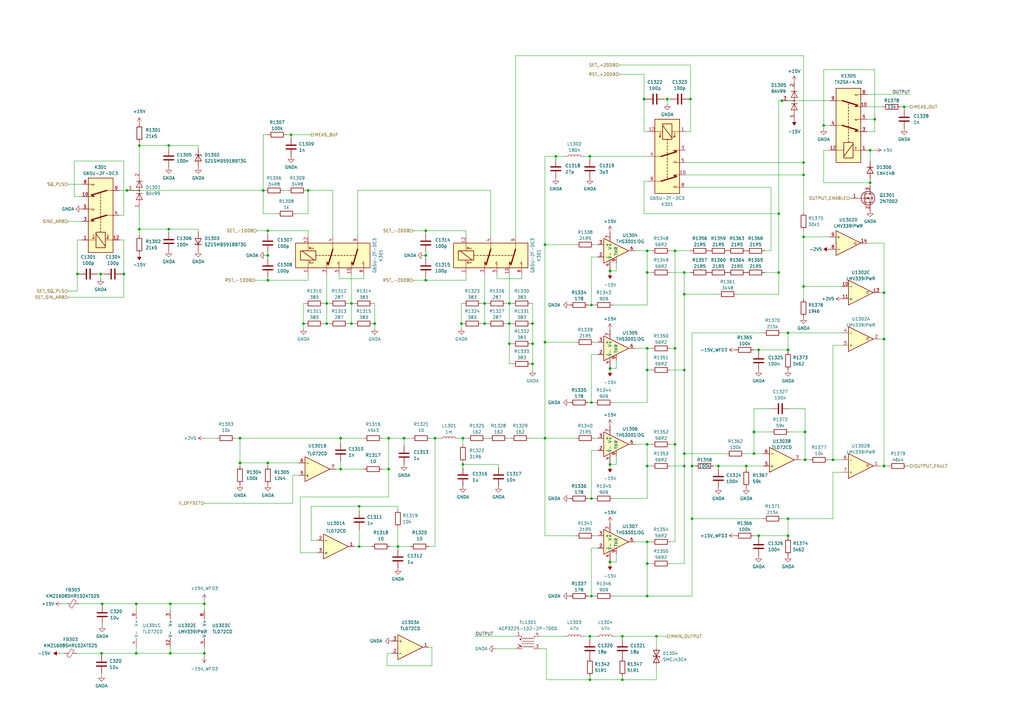
<source format=kicad_sch>
(kicad_sch (version 20230121) (generator eeschema)
  (paper "A3")
  (title_block (date "2023-07-12") (rev "1.1"))
  (junction (at 250.19 111.125))
  (junction (at 294.64 191.135))
  (junction (at 198.755 124.46))
  (junction (at 153.67 132.715))
  (junction (at 265.43 142.875))
  (junction (at 329.565 66.675))
  (junction (at 178.435 179.705))
  (junction (at 223.52 179.705))
  (junction (at 319.405 111.76))
  (junction (at 139.7 179.705))
  (junction (at 198.755 132.715))
  (junction (at 124.46 132.715))
  (junction (at 147.32 224.155))
  (junction (at 362.585 191.135))
  (junction (at 250.19 151.13))
  (junction (at 362.585 120.015))
  (junction (at 69.215 93.98))
  (junction (at 265.43 244.475))
  (junction (at 280.67 120.65))
  (junction (at 126.365 78.105))
  (junction (at 109.855 114.935))
  (junction (at 255.27 278.765))
  (junction (at 250.19 230.505))
  (junction (at 174.625 114.935))
  (junction (at 341.63 188.595))
  (junction (at 50.8 112.395))
  (junction (at 241.935 278.765))
  (junction (at 323.215 219.71))
  (junction (at 370.84 43.815))
  (junction (at 83.82 247.65))
  (junction (at 208.915 124.46))
  (junction (at 273.685 40.64))
  (junction (at 283.845 212.725))
  (junction (at 223.52 140.335))
  (junction (at 323.215 136.525))
  (junction (at 147.32 207.645))
  (junction (at 276.86 142.875))
  (junction (at 337.82 51.435))
  (junction (at 165.735 179.705))
  (junction (at 242.57 204.47))
  (junction (at 241.935 260.985))
  (junction (at 330.2 188.595))
  (junction (at 329.565 71.755))
  (junction (at 356.87 61.595))
  (junction (at 242.57 165.1))
  (junction (at 276.86 182.245))
  (junction (at 109.855 189.865))
  (junction (at 283.845 191.135))
  (junction (at 144.145 132.715))
  (junction (at 320.675 41.275))
  (junction (at 276.86 102.87))
  (junction (at 208.915 132.715))
  (junction (at 329.565 97.155))
  (junction (at 174.625 104.775))
  (junction (at 159.385 179.705))
  (junction (at 55.88 267.97))
  (junction (at 133.985 132.715))
  (junction (at 358.775 48.895))
  (junction (at 174.625 94.615))
  (junction (at 306.07 191.135))
  (junction (at 109.855 94.615))
  (junction (at 83.82 267.97))
  (junction (at 265.43 222.25))
  (junction (at 57.15 59.69))
  (junction (at 189.865 190.5))
  (junction (at 265.43 191.135))
  (junction (at 269.24 260.985))
  (junction (at 55.88 247.65))
  (junction (at 208.915 140.97))
  (junction (at 163.195 224.155))
  (junction (at 144.145 124.46))
  (junction (at 311.15 143.51))
  (junction (at 255.27 260.985))
  (junction (at 265.43 151.765))
  (junction (at 264.16 40.64))
  (junction (at 280.67 186.055))
  (junction (at 280.67 111.76))
  (junction (at 265.43 102.87))
  (junction (at 31.75 112.395))
  (junction (at 41.275 112.395))
  (junction (at 189.865 179.705))
  (junction (at 309.245 186.055))
  (junction (at 41.656 267.97))
  (junction (at 109.855 104.775))
  (junction (at 119.38 55.245))
  (junction (at 242.57 125.095))
  (junction (at 323.215 212.725))
  (junction (at 227.965 64.135))
  (junction (at 218.44 132.715))
  (junction (at 69.85 267.97))
  (junction (at 98.425 179.705))
  (junction (at 218.44 140.97))
  (junction (at 329.565 117.475))
  (junction (at 283.21 40.64))
  (junction (at 362.585 139.065))
  (junction (at 265.43 231.14))
  (junction (at 133.985 124.46))
  (junction (at 265.43 111.76))
  (junction (at 311.15 219.71))
  (junction (at 319.405 87.63))
  (junction (at 41.91 247.65))
  (junction (at 218.44 149.225))
  (junction (at 139.7 192.405))
  (junction (at 241.935 64.135))
  (junction (at 309.245 177.165))
  (junction (at 223.52 100.33))
  (junction (at 107.95 78.105))
  (junction (at 280.67 191.135))
  (junction (at 189.23 132.715))
  (junction (at 265.43 182.245))
  (junction (at 330.2 177.165))
  (junction (at 69.85 247.65))
  (junction (at 52.07 78.105))
  (junction (at 323.215 143.51))
  (junction (at 98.425 189.865))
  (junction (at 280.67 151.765))
  (junction (at 356.87 74.93))
  (junction (at 242.57 244.475))
  (junction (at 57.15 93.98))
  (junction (at 250.19 190.5))
  (junction (at 69.215 59.69))
  (junction (at 159.385 192.405))
  (wire (pts (xy 265.43 231.14) (xy 265.43 244.475)))
  (wire (pts (xy 329.565 117.475) (xy 329.565 122.555)))
  (wire (pts (xy 163.195 207.645) (xy 163.195 208.915)))
  (wire (pts (xy 302.26 120.65) (xy 319.405 120.65)))
  (wire (pts (xy 276.86 102.87) (xy 274.955 102.87)))
  (wire (pts (xy 265.43 151.765) (xy 265.43 142.875)))
  (wire (pts (xy 323.215 143.51) (xy 323.215 144.145)))
  (wire (pts (xy 69.215 93.98) (xy 69.215 95.25)))
  (wire (pts (xy 370.84 45.085) (xy 370.84 43.815)))
  (wire (pts (xy 264.795 40.64) (xy 264.16 40.64)))
  (wire (pts (xy 266.065 64.135) (xy 241.935 64.135)))
  (wire (pts (xy 273.685 40.64) (xy 274.955 40.64)))
  (wire (pts (xy 269.24 260.985) (xy 273.685 260.985)))
  (wire (pts (xy 323.85 167.64) (xy 330.2 167.64)))
  (wire (pts (xy 313.69 111.76) (xy 319.405 111.76)))
  (wire (pts (xy 165.735 182.88) (xy 165.735 179.705)))
  (wire (pts (xy 32.385 112.395) (xy 31.75 112.395)))
  (wire (pts (xy 139.7 181.61) (xy 139.7 179.705)))
  (wire (pts (xy 239.395 260.985) (xy 241.935 260.985)))
  (wire (pts (xy 31.496 267.97) (xy 41.656 267.97)))
  (wire (pts (xy 41.275 114.3) (xy 41.275 112.395)))
  (wire (pts (xy 323.215 212.725) (xy 323.215 219.71)))
  (wire (pts (xy 217.805 140.97) (xy 218.44 140.97)))
  (wire (pts (xy 198.755 132.715) (xy 200.025 132.715)))
  (wire (pts (xy 283.845 191.135) (xy 285.115 191.135)))
  (wire (pts (xy 204.47 190.5) (xy 204.47 191.77)))
  (wire (pts (xy 252.73 151.13) (xy 252.73 147.955)))
  (wire (pts (xy 174.625 94.615) (xy 174.625 95.885)))
  (wire (pts (xy 362.585 191.135) (xy 360.68 191.135)))
  (wire (pts (xy 269.24 278.765) (xy 269.24 273.05)))
  (wire (pts (xy 191.135 94.615) (xy 174.625 94.615)))
  (wire (pts (xy 241.3 165.1) (xy 242.57 165.1)))
  (wire (pts (xy 281.305 71.755) (xy 329.565 71.755)))
  (wire (pts (xy 265.43 151.765) (xy 267.335 151.765)))
  (wire (pts (xy 98.425 189.865) (xy 98.425 191.135)))
  (wire (pts (xy 207.645 132.715) (xy 208.915 132.715)))
  (wire (pts (xy 320.675 136.525) (xy 323.215 136.525)))
  (wire (pts (xy 227.965 64.135) (xy 231.775 64.135)))
  (wire (pts (xy 358.775 53.975) (xy 358.775 48.895)))
  (wire (pts (xy 126.365 87.63) (xy 121.285 87.63)))
  (wire (pts (xy 241.935 278.765) (xy 255.27 278.765)))
  (wire (pts (xy 137.795 192.405) (xy 139.7 192.405)))
  (wire (pts (xy 83.82 206.375) (xy 120.015 206.375)))
  (wire (pts (xy 250.19 150.495) (xy 250.19 151.13)))
  (wire (pts (xy 329.565 71.755) (xy 329.565 86.995)))
  (wire (pts (xy 358.775 28.575) (xy 337.82 28.575)))
  (wire (pts (xy 187.96 179.705) (xy 189.865 179.705)))
  (wire (pts (xy 126.365 97.155) (xy 126.365 94.615)))
  (wire (pts (xy 329.565 117.475) (xy 329.565 97.155)))
  (wire (pts (xy 250.19 230.505) (xy 252.73 230.505)))
  (wire (pts (xy 194.945 260.985) (xy 211.455 260.985)))
  (wire (pts (xy 81.28 59.69) (xy 69.215 59.69)))
  (wire (pts (xy 107.95 55.245) (xy 109.855 55.245)))
  (wire (pts (xy 311.15 220.345) (xy 311.15 219.71)))
  (wire (pts (xy 323.215 212.725) (xy 341.63 212.725)))
  (wire (pts (xy 276.86 102.87) (xy 283.21 102.87)))
  (wire (pts (xy 217.17 179.705) (xy 223.52 179.705)))
  (wire (pts (xy 236.22 219.71) (xy 223.52 219.71)))
  (wire (pts (xy 356.87 61.595) (xy 355.6 61.595)))
  (wire (pts (xy 208.915 149.225) (xy 210.185 149.225)))
  (wire (pts (xy 265.43 142.875) (xy 267.335 142.875)))
  (wire (pts (xy 41.91 247.65) (xy 55.88 247.65)))
  (wire (pts (xy 27.94 90.805) (xy 33.655 90.805)))
  (wire (pts (xy 207.645 124.46) (xy 208.915 124.46)))
  (wire (pts (xy 98.425 189.865) (xy 109.855 189.865)))
  (wire (pts (xy 280.67 191.135) (xy 280.67 231.14)))
  (wire (pts (xy 57.15 59.69) (xy 69.215 59.69)))
  (wire (pts (xy 50.8 66.04) (xy 50.8 88.265)))
  (wire (pts (xy 265.43 222.25) (xy 267.335 222.25)))
  (wire (pts (xy 264.16 74.295) (xy 264.16 87.63)))
  (wire (pts (xy 250.19 151.13) (xy 252.73 151.13)))
  (wire (pts (xy 348.615 81.28) (xy 349.25 81.28)))
  (wire (pts (xy 294.64 191.135) (xy 306.07 191.135)))
  (wire (pts (xy 139.7 179.705) (xy 149.225 179.705)))
  (wire (pts (xy 274.955 151.765) (xy 280.67 151.765)))
  (wire (pts (xy 69.215 59.69) (xy 69.215 60.96)))
  (wire (pts (xy 251.46 204.47) (xy 265.43 204.47)))
  (wire (pts (xy 323.215 136.525) (xy 323.215 143.51)))
  (wire (pts (xy 109.855 103.505) (xy 109.855 104.775)))
  (wire (pts (xy 360.68 139.065) (xy 362.585 139.065)))
  (wire (pts (xy 142.875 124.46) (xy 144.145 124.46)))
  (wire (pts (xy 265.43 111.76) (xy 265.43 102.87)))
  (wire (pts (xy 265.43 125.095) (xy 265.43 111.76)))
  (wire (pts (xy 330.2 177.165) (xy 323.85 177.165)))
  (wire (pts (xy 133.985 124.46) (xy 135.255 124.46)))
  (wire (pts (xy 208.915 124.46) (xy 208.915 132.715)))
  (wire (pts (xy 223.52 140.335) (xy 236.22 140.335)))
  (wire (pts (xy 57.15 93.98) (xy 69.215 93.98)))
  (wire (pts (xy 57.15 85.725) (xy 57.15 93.98)))
  (wire (pts (xy 139.065 114.3) (xy 149.225 114.3)))
  (wire (pts (xy 280.67 111.76) (xy 283.21 111.76)))
  (wire (pts (xy 341.63 188.595) (xy 341.63 141.605)))
  (wire (pts (xy 250.19 190.5) (xy 252.73 190.5)))
  (wire (pts (xy 345.44 117.475) (xy 329.565 117.475)))
  (wire (pts (xy 55.88 267.97) (xy 69.85 267.97)))
  (wire (pts (xy 243.84 179.705) (xy 245.11 179.705)))
  (wire (pts (xy 147.32 224.155) (xy 147.32 217.17)))
  (wire (pts (xy 255.27 262.255) (xy 255.27 260.985)))
  (wire (pts (xy 147.32 207.645) (xy 163.195 207.645)))
  (wire (pts (xy 337.82 61.595) (xy 340.36 61.595)))
  (wire (pts (xy 255.27 260.985) (xy 252.095 260.985)))
  (wire (pts (xy 136.525 78.105) (xy 126.365 78.105)))
  (wire (pts (xy 319.405 41.275) (xy 320.675 41.275)))
  (wire (pts (xy 239.395 64.135) (xy 241.935 64.135)))
  (wire (pts (xy 265.43 142.875) (xy 260.35 142.875)))
  (wire (pts (xy 31.75 112.395) (xy 31.75 98.425)))
  (wire (pts (xy 175.895 224.155) (xy 178.435 224.155)))
  (wire (pts (xy 50.165 112.395) (xy 50.8 112.395)))
  (wire (pts (xy 360.68 120.015) (xy 362.585 120.015)))
  (wire (pts (xy 242.57 145.415) (xy 242.57 165.1)))
  (wire (pts (xy 107.95 87.63) (xy 107.95 78.105)))
  (wire (pts (xy 276.86 142.875) (xy 276.86 102.87)))
  (wire (pts (xy 362.585 120.015) (xy 362.585 99.695)))
  (wire (pts (xy 211.455 22.86) (xy 329.565 22.86)))
  (wire (pts (xy 27.94 121.92) (xy 50.8 121.92)))
  (wire (pts (xy 264.16 87.63) (xy 319.405 87.63)))
  (wire (pts (xy 144.145 112.395) (xy 144.145 124.46)))
  (wire (pts (xy 105.41 94.615) (xy 109.855 94.615)))
  (wire (pts (xy 323.215 136.525) (xy 345.44 136.525)))
  (wire (pts (xy 241.935 277.495) (xy 241.935 278.765)))
  (wire (pts (xy 337.82 51.435) (xy 340.36 51.435)))
  (wire (pts (xy 242.57 125.095) (xy 243.84 125.095)))
  (wire (pts (xy 362.585 139.065) (xy 362.585 191.135)))
  (wire (pts (xy 276.86 182.245) (xy 274.955 182.245)))
  (wire (pts (xy 208.915 112.395) (xy 208.915 124.46)))
  (wire (pts (xy 120.015 194.945) (xy 120.015 206.375)))
  (wire (pts (xy 199.39 179.705) (xy 200.66 179.705)))
  (wire (pts (xy 41.656 276.225) (xy 41.656 276.86)))
  (wire (pts (xy 109.855 104.775) (xy 109.855 106.045)))
  (wire (pts (xy 313.055 136.525) (xy 283.845 136.525)))
  (wire (pts (xy 309.245 219.71) (xy 311.15 219.71)))
  (wire (pts (xy 160.655 267.97) (xy 158.75 267.97)))
  (wire (pts (xy 255.27 278.765) (xy 269.24 278.765)))
  (wire (pts (xy 189.865 190.5) (xy 204.47 190.5)))
  (wire (pts (xy 208.915 149.225) (xy 208.915 140.97)))
  (wire (pts (xy 208.915 140.97) (xy 210.185 140.97)))
  (wire (pts (xy 41.275 112.395) (xy 42.545 112.395)))
  (wire (pts (xy 149.225 114.3) (xy 149.225 112.395)))
  (wire (pts (xy 339.725 188.595) (xy 341.63 188.595)))
  (wire (pts (xy 104.775 114.935) (xy 109.855 114.935)))
  (wire (pts (xy 264.16 40.64) (xy 264.16 53.975)))
  (wire (pts (xy 223.52 179.705) (xy 236.22 179.705)))
  (wire (pts (xy 283.845 191.135) (xy 283.845 212.725)))
  (wire (pts (xy 203.2 266.065) (xy 211.455 266.065)))
  (wire (pts (xy 276.86 182.245) (xy 276.86 142.875)))
  (wire (pts (xy 147.32 207.645) (xy 147.32 209.55)))
  (wire (pts (xy 266.065 74.295) (xy 264.16 74.295)))
  (wire (pts (xy 208.28 179.705) (xy 209.55 179.705)))
  (wire (pts (xy 130.175 226.695) (xy 123.19 226.695)))
  (wire (pts (xy 255.27 277.495) (xy 255.27 278.765)))
  (wire (pts (xy 265.43 182.245) (xy 260.35 182.245)))
  (wire (pts (xy 217.805 149.225) (xy 218.44 149.225)))
  (wire (pts (xy 169.545 94.615) (xy 174.625 94.615)))
  (wire (pts (xy 329.565 97.155) (xy 340.36 97.155)))
  (wire (pts (xy 250.19 110.49) (xy 250.19 111.125)))
  (wire (pts (xy 177.165 265.43) (xy 175.895 265.43)))
  (wire (pts (xy 146.685 78.105) (xy 201.295 78.105)))
  (wire (pts (xy 130.175 221.615) (xy 127.635 221.615)))
  (wire (pts (xy 139.7 179.705) (xy 98.425 179.705)))
  (wire (pts (xy 203.835 112.395) (xy 203.835 114.3)))
  (wire (pts (xy 158.75 267.97) (xy 158.75 273.05)))
  (wire (pts (xy 217.805 132.715) (xy 218.44 132.715)))
  (wire (pts (xy 283.845 212.725) (xy 313.055 212.725)))
  (wire (pts (xy 309.245 143.51) (xy 311.15 143.51)))
  (wire (pts (xy 189.23 124.46) (xy 189.865 124.46)))
  (wire (pts (xy 163.195 216.535) (xy 163.195 224.155)))
  (wire (pts (xy 27.94 119.38) (xy 31.75 119.38)))
  (wire (pts (xy 69.85 267.97) (xy 69.85 265.43)))
  (wire (pts (xy 355.6 53.975) (xy 358.775 53.975)))
  (wire (pts (xy 55.88 247.65) (xy 55.88 250.19)))
  (wire (pts (xy 223.52 179.705) (xy 223.52 140.335)))
  (wire (pts (xy 81.28 93.98) (xy 69.215 93.98)))
  (wire (pts (xy 174.625 103.505) (xy 174.625 104.775)))
  (wire (pts (xy 265.43 111.76) (xy 267.335 111.76)))
  (wire (pts (xy 50.8 112.395) (xy 50.8 121.92)))
  (wire (pts (xy 242.57 105.41) (xy 245.11 105.41)))
  (wire (pts (xy 265.43 231.14) (xy 267.335 231.14)))
  (wire (pts (xy 330.2 167.64) (xy 330.2 177.165)))
  (wire (pts (xy 213.995 114.3) (xy 213.995 112.395)))
  (wire (pts (xy 117.475 55.245) (xy 119.38 55.245)))
  (wire (pts (xy 341.63 193.675) (xy 345.44 193.675)))
  (wire (pts (xy 83.82 246.38) (xy 83.82 247.65)))
  (wire (pts (xy 41.91 247.65) (xy 41.91 248.285)))
  (wire (pts (xy 309.245 186.055) (xy 313.055 186.055)))
  (wire (pts (xy 191.135 97.155) (xy 191.135 94.615)))
  (wire (pts (xy 98.425 179.705) (xy 98.425 189.865)))
  (wire (pts (xy 50.8 98.425) (xy 48.895 98.425)))
  (wire (pts (xy 281.305 53.975) (xy 283.21 53.975)))
  (wire (pts (xy 208.915 124.46) (xy 210.185 124.46)))
  (wire (pts (xy 265.43 102.87) (xy 267.335 102.87)))
  (wire (pts (xy 356.87 73.66) (xy 356.87 74.93)))
  (wire (pts (xy 320.675 41.275) (xy 340.36 41.275)))
  (wire (pts (xy 127.635 221.615) (xy 127.635 207.645)))
  (wire (pts (xy 305.435 186.055) (xy 309.245 186.055)))
  (wire (pts (xy 265.43 165.1) (xy 265.43 151.765)))
  (wire (pts (xy 159.385 192.405) (xy 156.845 192.405)))
  (wire (pts (xy 265.43 204.47) (xy 265.43 191.135)))
  (wire (pts (xy 330.2 188.595) (xy 330.2 177.165)))
  (wire (pts (xy 309.245 177.165) (xy 309.245 186.055)))
  (wire (pts (xy 31.75 112.395) (xy 31.75 119.38)))
  (wire (pts (xy 241.3 204.47) (xy 242.57 204.47)))
  (wire (pts (xy 197.485 124.46) (xy 198.755 124.46)))
  (wire (pts (xy 122.555 194.945) (xy 120.015 194.945)))
  (wire (pts (xy 158.75 273.05) (xy 177.165 273.05)))
  (wire (pts (xy 283.21 40.64) (xy 283.21 53.975)))
  (wire (pts (xy 113.665 87.63) (xy 107.95 87.63)))
  (wire (pts (xy 274.955 231.14) (xy 280.67 231.14)))
  (wire (pts (xy 337.82 74.93) (xy 337.82 61.595)))
  (wire (pts (xy 250.19 230.505) (xy 250.19 231.14)))
  (wire (pts (xy 227.965 64.135) (xy 227.965 65.405)))
  (wire (pts (xy 203.835 114.3) (xy 213.995 114.3)))
  (wire (pts (xy 25.4 247.65) (xy 27.305 247.65)))
  (wire (pts (xy 243.84 219.71) (xy 245.11 219.71)))
  (wire (pts (xy 127.635 207.645) (xy 147.32 207.645)))
  (wire (pts (xy 96.52 179.705) (xy 98.425 179.705)))
  (wire (pts (xy 356.87 61.595) (xy 356.87 66.04)))
  (wire (pts (xy 198.755 112.395) (xy 198.755 124.46)))
  (wire (pts (xy 323.215 219.71) (xy 323.215 220.345)))
  (wire (pts (xy 242.57 105.41) (xy 242.57 125.095)))
  (wire (pts (xy 243.84 100.33) (xy 245.11 100.33)))
  (wire (pts (xy 124.46 132.715) (xy 125.095 132.715)))
  (wire (pts (xy 252.73 190.5) (xy 252.73 187.325)))
  (wire (pts (xy 309.245 177.165) (xy 309.245 167.64)))
  (wire (pts (xy 57.15 70.485) (xy 57.15 59.69)))
  (wire (pts (xy 356.87 74.93) (xy 337.82 74.93)))
  (wire (pts (xy 242.57 224.79) (xy 245.11 224.79)))
  (wire (pts (xy 311.15 144.145) (xy 311.15 143.51)))
  (wire (pts (xy 55.88 267.97) (xy 55.88 265.43)))
  (wire (pts (xy 242.57 165.1) (xy 243.84 165.1)))
  (wire (pts (xy 208.915 140.97) (xy 208.915 132.715)))
  (wire (pts (xy 362.585 99.695) (xy 355.6 99.695)))
  (wire (pts (xy 139.7 192.405) (xy 139.7 189.23)))
  (wire (pts (xy 144.145 124.46) (xy 145.415 124.46)))
  (wire (pts (xy 319.405 111.76) (xy 319.405 120.65)))
  (wire (pts (xy 174.625 114.935) (xy 191.135 114.935)))
  (wire (pts (xy 163.195 224.155) (xy 160.02 224.155)))
  (wire (pts (xy 31.75 98.425) (xy 33.655 98.425)))
  (wire (pts (xy 369.57 43.815) (xy 370.84 43.815)))
  (wire (pts (xy 223.52 219.71) (xy 223.52 179.705)))
  (wire (pts (xy 178.435 179.705) (xy 176.53 179.705)))
  (wire (pts (xy 254 26.67) (xy 283.21 26.67)))
  (wire (pts (xy 156.845 179.705) (xy 159.385 179.705)))
  (wire (pts (xy 33.655 80.645) (xy 30.48 80.645)))
  (wire (pts (xy 264.16 40.64) (xy 264.16 30.48)))
  (wire (pts (xy 337.82 51.435) (xy 337.82 52.705)))
  (wire (pts (xy 125.73 78.105) (xy 126.365 78.105)))
  (wire (pts (xy 174.625 113.665) (xy 174.625 114.935)))
  (wire (pts (xy 242.57 184.785) (xy 245.11 184.785)))
  (wire (pts (xy 119.38 55.245) (xy 127.635 55.245)))
  (wire (pts (xy 251.46 244.475) (xy 265.43 244.475)))
  (wire (pts (xy 221.615 260.985) (xy 231.775 260.985)))
  (wire (pts (xy 109.855 189.865) (xy 122.555 189.865)))
  (wire (pts (xy 328.295 188.595) (xy 330.2 188.595)))
  (wire (pts (xy 83.82 247.65) (xy 83.82 250.19)))
  (wire (pts (xy 316.23 177.165) (xy 309.245 177.165)))
  (wire (pts (xy 316.23 102.87) (xy 316.23 76.835)))
  (wire (pts (xy 177.165 273.05) (xy 177.165 265.43)))
  (wire (pts (xy 280.67 111.76) (xy 280.67 120.65)))
  (wire (pts (xy 123.19 203.835) (xy 159.385 203.835)))
  (wire (pts (xy 242.57 224.79) (xy 242.57 244.475)))
  (wire (pts (xy 144.145 124.46) (xy 144.145 132.715)))
  (wire (pts (xy 356.87 61.595) (xy 358.775 61.595)))
  (wire (pts (xy 69.85 247.65) (xy 83.82 247.65)))
  (wire (pts (xy 241.3 244.475) (xy 242.57 244.475)))
  (wire (pts (xy 126.365 114.935) (xy 126.365 112.395)))
  (wire (pts (xy 372.11 191.135) (xy 373.38 191.135)))
  (wire (pts (xy 313.055 191.135) (xy 306.07 191.135)))
  (wire (pts (xy 126.365 94.615) (xy 109.855 94.615)))
  (wire (pts (xy 133.985 132.715) (xy 133.985 124.46)))
  (wire (pts (xy 139.7 192.405) (xy 149.225 192.405)))
  (wire (pts (xy 251.46 125.095) (xy 265.43 125.095)))
  (wire (pts (xy 283.845 136.525) (xy 283.845 191.135)))
  (wire (pts (xy 251.46 165.1) (xy 265.43 165.1)))
  (wire (pts (xy 362.585 191.135) (xy 364.49 191.135)))
  (wire (pts (xy 311.15 219.71) (xy 323.215 219.71)))
  (wire (pts (xy 132.715 132.715) (xy 133.985 132.715)))
  (wire (pts (xy 133.985 112.395) (xy 133.985 124.46)))
  (wire (pts (xy 173.99 104.775) (xy 174.625 104.775)))
  (wire (pts (xy 124.46 132.715) (xy 124.46 124.46)))
  (wire (pts (xy 274.955 111.76) (xy 280.67 111.76)))
  (wire (pts (xy 124.46 124.46) (xy 125.095 124.46)))
  (wire (pts (xy 218.44 149.225) (xy 218.44 151.765)))
  (wire (pts (xy 280.67 120.65) (xy 294.64 120.65)))
  (wire (pts (xy 50.8 88.265) (xy 48.895 88.265)))
  (wire (pts (xy 163.195 224.155) (xy 168.275 224.155)))
  (wire (pts (xy 107.95 78.105) (xy 108.585 78.105)))
  (wire (pts (xy 163.195 224.155) (xy 163.195 225.425)))
  (wire (pts (xy 276.86 222.25) (xy 276.86 182.245)))
  (wire (pts (xy 356.87 74.93) (xy 356.87 76.2)))
  (wire (pts (xy 358.775 48.895) (xy 358.775 28.575)))
  (wire (pts (xy 280.67 186.055) (xy 280.67 191.135)))
  (wire (pts (xy 265.43 231.14) (xy 265.43 222.25)))
  (wire (pts (xy 81.28 95.25) (xy 81.28 93.98)))
  (wire (pts (xy 242.57 244.475) (xy 243.84 244.475)))
  (wire (pts (xy 362.585 139.065) (xy 362.585 120.015)))
  (wire (pts (xy 242.57 145.415) (xy 245.11 145.415)))
  (wire (pts (xy 109.855 113.665) (xy 109.855 114.935)))
  (wire (pts (xy 313.69 102.87) (xy 316.23 102.87)))
  (wire (pts (xy 218.44 140.97) (xy 218.44 149.225)))
  (wire (pts (xy 311.15 143.51) (xy 323.215 143.51)))
  (wire (pts (xy 27.94 75.565) (xy 33.655 75.565)))
  (wire (pts (xy 265.43 222.25) (xy 260.35 222.25)))
  (wire (pts (xy 24.511 267.97) (xy 26.416 267.97)))
  (wire (pts (xy 280.67 186.055) (xy 297.815 186.055)))
  (wire (pts (xy 109.22 104.775) (xy 109.855 104.775)))
  (wire (pts (xy 283.845 212.725) (xy 283.845 244.475)))
  (wire (pts (xy 201.295 97.155) (xy 201.295 78.105)))
  (wire (pts (xy 116.205 78.105) (xy 118.11 78.105)))
  (wire (pts (xy 178.435 224.155) (xy 178.435 179.705)))
  (wire (pts (xy 243.84 140.335) (xy 245.11 140.335)))
  (wire (pts (xy 153.035 132.715) (xy 153.67 132.715)))
  (wire (pts (xy 107.95 55.245) (xy 107.95 78.105)))
  (wire (pts (xy 189.865 182.245) (xy 189.865 179.705)))
  (wire (pts (xy 282.575 40.64) (xy 283.21 40.64)))
  (wire (pts (xy 224.155 278.765) (xy 224.155 266.065)))
  (wire (pts (xy 57.15 93.98) (xy 57.15 96.52)))
  (wire (pts (xy 337.82 28.575) (xy 337.82 51.435)))
  (wire (pts (xy 41.91 255.905) (xy 41.91 256.54)))
  (wire (pts (xy 153.67 124.46) (xy 153.67 132.715)))
  (wire (pts (xy 265.43 191.135) (xy 267.335 191.135)))
  (wire (pts (xy 159.385 179.705) (xy 159.385 192.405)))
  (wire (pts (xy 252.73 111.125) (xy 252.73 107.95)))
  (wire (pts (xy 316.23 76.835) (xy 281.305 76.835)))
  (wire (pts (xy 124.46 132.715) (xy 124.46 134.62)))
  (wire (pts (xy 250.19 111.125) (xy 250.19 111.76)))
  (wire (pts (xy 223.52 140.335) (xy 223.52 100.33)))
  (wire (pts (xy 269.24 265.43) (xy 269.24 260.985)))
  (wire (pts (xy 250.19 151.13) (xy 250.19 151.765)))
  (wire (pts (xy 254 30.48) (xy 264.16 30.48)))
  (wire (pts (xy 30.48 66.04) (xy 50.8 66.04)))
  (wire (pts (xy 55.88 247.65) (xy 69.85 247.65)))
  (wire (pts (xy 252.73 230.505) (xy 252.73 227.33)))
  (wire (pts (xy 250.19 229.87) (xy 250.19 230.505)))
  (wire (pts (xy 241.935 64.135) (xy 241.935 65.405)))
  (wire (pts (xy 329.565 94.615) (xy 329.565 97.155)))
  (wire (pts (xy 189.865 190.5) (xy 189.865 191.77)))
  (wire (pts (xy 276.86 142.875) (xy 274.955 142.875)))
  (wire (pts (xy 265.43 191.135) (xy 265.43 182.245)))
  (wire (pts (xy 191.135 114.935) (xy 191.135 112.395)))
  (wire (pts (xy 265.43 102.87) (xy 260.35 102.87)))
  (wire (pts (xy 189.865 179.705) (xy 191.77 179.705)))
  (wire (pts (xy 283.21 40.64) (xy 283.21 26.67)))
  (wire (pts (xy 217.805 124.46) (xy 218.44 124.46)))
  (wire (pts (xy 265.43 244.475) (xy 283.845 244.475)))
  (wire (pts (xy 241.935 260.985) (xy 241.935 262.255)))
  (wire (pts (xy 250.19 190.5) (xy 250.19 191.135)))
  (wire (pts (xy 153.67 132.715) (xy 153.67 134.62)))
  (wire (pts (xy 189.23 132.715) (xy 189.865 132.715)))
  (wire (pts (xy 109.855 189.865) (xy 109.855 191.135)))
  (wire (pts (xy 159.385 203.835) (xy 159.385 192.405)))
  (wire (pts (xy 69.85 267.97) (xy 83.82 267.97)))
  (wire (pts (xy 250.19 189.865) (xy 250.19 190.5)))
  (wire (pts (xy 32.385 247.65) (xy 41.91 247.65)))
  (wire (pts (xy 355.6 38.735) (xy 373.38 38.735)))
  (wire (pts (xy 241.935 260.985) (xy 244.475 260.985)))
  (wire (pts (xy 119.38 55.245) (xy 119.38 56.515)))
  (wire (pts (xy 355.6 43.815) (xy 361.95 43.815)))
  (wire (pts (xy 281.305 66.675) (xy 329.565 66.675)))
  (wire (pts (xy 341.63 188.595) (xy 345.44 188.595)))
  (wire (pts (xy 52.07 78.105) (xy 107.95 78.105)))
  (wire (pts (xy 69.85 247.65) (xy 69.85 250.19)))
  (wire (pts (xy 242.57 184.785) (xy 242.57 204.47)))
  (wire (pts (xy 292.735 191.135) (xy 294.64 191.135)))
  (wire (pts (xy 223.52 100.33) (xy 236.22 100.33)))
  (wire (pts (xy 319.405 87.63) (xy 319.405 41.275)))
  (wire (pts (xy 241.935 278.765) (xy 224.155 278.765)))
  (wire (pts (xy 224.155 266.065) (xy 221.615 266.065)))
  (wire (pts (xy 136.525 97.155) (xy 136.525 78.105)))
  (wire (pts (xy 126.365 78.105) (xy 126.365 87.63)))
  (wire (pts (xy 265.43 182.245) (xy 267.335 182.245)))
  (wire (pts (xy 40.005 112.395) (xy 41.275 112.395)))
  (wire (pts (xy 329.565 71.755) (xy 329.565 66.675)))
  (wire (pts (xy 41.656 267.97) (xy 41.656 268.605)))
  (wire (pts (xy 223.52 64.135) (xy 227.965 64.135)))
  (wire (pts (xy 280.67 120.65) (xy 280.67 151.765)))
  (wire (pts (xy 83.82 179.705) (xy 88.9 179.705)))
  (wire (pts (xy 189.23 132.715) (xy 189.23 134.62)))
  (wire (pts (xy 309.245 167.64) (xy 316.23 167.64)))
  (wire (pts (xy 50.8 112.395) (xy 50.8 98.425)))
  (wire (pts (xy 145.415 224.155) (xy 147.32 224.155)))
  (wire (pts (xy 144.145 132.715) (xy 145.415 132.715)))
  (wire (pts (xy 241.3 125.095) (xy 242.57 125.095)))
  (wire (pts (xy 142.875 132.715) (xy 144.145 132.715)))
  (wire (pts (xy 123.19 226.695) (xy 123.19 203.835)))
  (wire (pts (xy 272.415 40.64) (xy 273.685 40.64)))
  (wire (pts (xy 48.895 78.105) (xy 52.07 78.105)))
  (wire (pts (xy 198.755 132.715) (xy 198.755 124.46)))
  (wire (pts (xy 341.63 193.675) (xy 341.63 212.725)))
  (wire (pts (xy 41.656 267.97) (xy 55.88 267.97)))
  (wire (pts (xy 189.865 189.865) (xy 189.865 190.5)))
  (wire (pts (xy 294.64 192.405) (xy 294.64 191.135)))
  (wire (pts (xy 81.28 60.96) (xy 81.28 59.69)))
  (wire (pts (xy 147.32 224.155) (xy 152.4 224.155)))
  (wire (pts (xy 133.985 132.715) (xy 135.255 132.715)))
  (wire (pts (xy 109.855 114.935) (xy 126.365 114.935)))
  (wire (pts (xy 320.675 212.725) (xy 323.215 212.725)))
  (wire (pts (xy 319.405 87.63) (xy 319.405 111.76)))
  (wire (pts (xy 174.625 104.775) (xy 174.625 106.045)))
  (wire (pts (xy 306.07 191.135) (xy 306.07 192.405)))
  (wire (pts (xy 165.735 179.705) (xy 168.91 179.705)))
  (wire (pts (xy 250.19 111.125) (xy 252.73 111.125)))
  (wire (pts (xy 264.16 53.975) (xy 266.065 53.975)))
  (wire (pts (xy 197.485 132.715) (xy 198.755 132.715)))
  (wire (pts (xy 178.435 179.705) (xy 180.34 179.705)))
  (wire (pts (xy 274.955 222.25) (xy 276.86 222.25)))
  (wire (pts (xy 280.67 151.765) (xy 280.67 186.055)))
  (wire (pts (xy 269.24 260.985) (xy 255.27 260.985)))
  (wire (pts (xy 83.82 267.97) (xy 83.82 269.24)))
  (wire (pts (xy 146.685 97.155) (xy 146.685 78.105)))
  (wire (pts (xy 218.44 132.715) (xy 218.44 140.97)))
  (wire (pts (xy 30.48 80.645) (xy 30.48 66.04)))
  (wire (pts (xy 198.755 124.46) (xy 200.025 124.46)))
  (wire (pts (xy 169.545 114.935) (xy 174.625 114.935)))
  (wire (pts (xy 132.715 124.46) (xy 133.985 124.46)))
  (wire (pts (xy 330.2 188.595) (xy 332.105 188.595)))
  (wire (pts (xy 223.52 100.33) (xy 223.52 64.135)))
  (wire (pts (xy 242.57 204.47) (xy 243.84 204.47)))
  (wire (pts (xy 189.23 132.715) (xy 189.23 124.46)))
  (wire (pts (xy 218.44 124.46) (xy 218.44 132.715)))
  (wire (pts (xy 274.955 191.135) (xy 280.67 191.135)))
  (wire (pts (xy 153.035 124.46) (xy 153.67 124.46)))
  (wire (pts (xy 57.15 58.42) (xy 57.15 59.69)))
  (wire (pts (xy 211.455 97.155) (xy 211.455 22.86)))
  (wire (pts (xy 273.685 42.545) (xy 273.685 40.64)))
  (wire (pts (xy 109.855 94.615) (xy 109.855 95.885)))
  (wire (pts (xy 370.84 43.815) (xy 373.38 43.815)))
  (wire (pts (xy 208.915 132.715) (xy 210.185 132.715)))
  (wire (pts (xy 139.065 112.395) (xy 139.065 114.3)))
  (wire (pts (xy 329.565 22.86) (xy 329.565 66.675)))
  (wire (pts (xy 341.63 141.605) (xy 345.44 141.605)))
  (wire (pts (xy 355.6 48.895) (xy 358.775 48.895)))
  (wire (pts (xy 83.82 267.97) (xy 83.82 265.43)))
  (wire (pts (xy 159.385 179.705) (xy 165.735 179.705)))
  (label "OUTPUT" (at 373.38 38.735 180))
  (label "OUTPUT" (at 194.945 260.985 0))
  (hierarchical_label "SET_SQ_PLS" (shape input) (at 27.94 119.38 180))
  (hierarchical_label "RST_+20DB" (shape input) (at 254 30.48 180))
  (hierarchical_label "V_OFFSET" (shape input) (at 83.82 206.375 180))
  (hierarchical_label "SET_-20DB" (shape input) (at 169.545 94.615 180))
  (hierarchical_label "SET_SIN_ARB" (shape input) (at 27.94 121.92 180))
  (hierarchical_label "SET_-10DB" (shape input) (at 105.41 94.615 180))
  (hierarchical_label "MAIN_OUTPUT" (shape output) (at 273.685 260.985 0))
  (hierarchical_label "RST_-20DB" (shape input) (at 169.545 114.935 180))
  (hierarchical_label "OUTPUT_ENABLE" (shape input) (at 348.615 81.28 180))
  (hierarchical_label "SINE_ARB" (shape input) (at 27.94 90.805 180))
  (hierarchical_label "SQ_PLS" (shape input) (at 27.94 75.565 180))
  (hierarchical_label "RST_-10DB" (shape input) (at 104.775 114.935 180))
  (hierarchical_label "OUTPUT_FAULT" (shape output) (at 373.38 191.135 0))
  (hierarchical_label "MEAS_OUT" (shape output) (at 373.38 43.815 0))
  (hierarchical_label "SET_+20DB" (shape input) (at 254 26.67 180))
  (hierarchical_label "MEAS_BUF" (shape output) (at 127.635 55.245 0))
  (symbol (lib_id "Device:R") (at 294.64 111.76 90) (unit 1)
    (property "Reference" "R1360" (at 294.64 106.68 90))
    (property "Value" "21R5" (at 294.64 109.22 90))
    (property "Footprint" "Resistor_SMD:R_0603_1608Metric_Pad0.98x0.95mm_HandSolder" (effects hide))
  )
  (symbol (lib_id "ETH1CFGEN1:THS3001IDG") (at 251.46 222.25 0) (unit 1)
    (property "Reference" "U1307" (at 258.445 215.9 0))
    (property "Value" "THS3001IDG" (at 258.445 218.44 0))
    (property "Footprint" "Package_SO:MSOP-8-1EP_3x3mm_P0.65mm_EP1.5x1.8mm_ThermalVias" (effects hide))
  )
  (symbol (lib_id "Device:R") (at 320.04 177.165 90) (unit 1)
    (property "Reference" "R1372" (at 320.04 172.085 90))
    (property "Value" "59k" (at 320.04 174.625 90))
    (property "Footprint" "Resistor_SMD:R_0603_1608Metric_Pad0.98x0.95mm_HandSolder" (effects hide))
  )
  (symbol (lib_id "Device:C") (at 119.38 60.325 0) (unit 1)
    (property "Reference" "C1309" (at 122.555 59.055 0) (effects (justify left)))
    (property "Value" "1n" (at 122.555 61.595 0) (effects (justify left)))
    (property "Footprint" "Capacitor_SMD:C_0603_1608Metric_Pad1.08x0.95mm_HandSolder" (effects hide))
  )
  (symbol (lib_id "Device:R") (at 237.49 204.47 90) (unit 1)
    (property "Reference" "R1336" (at 237.49 199.39 90))
    (property "Value" "178" (at 237.49 201.93 90))
    (property "Footprint" "Resistor_SMD:R_0603_1608Metric_Pad0.98x0.95mm_HandSolder" (effects hide))
  )
  (symbol (lib_id "Device:C") (at 189.865 195.58 0) (unit 1)
    (property "Reference" "C1316" (at 193.675 194.31 0) (effects (justify left)))
    (property "Value" "1u" (at 193.675 196.85 0) (effects (justify left)))
    (property "Footprint" "Capacitor_SMD:C_0603_1608Metric_Pad1.08x0.95mm_HandSolder" (effects hide))
  )
  (symbol (lib_id "power:GNDA") (at 323.215 151.765 0) (unit 1)
    (property "Reference" "#PWR01352" (effects hide))
    (property "Value" "GNDA" (at 323.215 156.21 0))
  )
  (symbol (lib_id "Device:R") (at 329.565 90.805 0) (unit 1)
    (property "Reference" "R1375" (at 331.47 89.535 0) (effects (justify left)))
    (property "Value" "30k1" (at 331.47 92.075 0) (effects (justify left)))
    (property "Footprint" "Resistor_SMD:R_0603_1608Metric_Pad0.98x0.95mm_HandSolder" (effects hide))
  )
  (symbol (lib_id "Device:R") (at 57.15 100.33 0) (unit 1)
    (property "Reference" "R1302" (at 59.69 99.06 0) (effects (justify left)))
    (property "Value" "21k5" (at 59.69 101.6 0) (effects (justify left)))
    (property "Footprint" "Resistor_SMD:R_0603_1608Metric_Pad0.98x0.95mm_HandSolder" (effects hide))
  )
  (symbol (lib_id "power:-2V5") (at 340.36 102.235 90) (unit 1)
    (property "Reference" "#PWR01358" (effects hide))
    (property "Value" "-2V5" (at 337.185 102.235 90) (effects (justify left)))
  )
  (symbol (lib_id "Device:R") (at 153.035 192.405 90) (unit 1)
    (property "Reference" "R1317" (at 153.035 186.69 90))
    (property "Value" "10" (at 153.035 189.23 90))
    (property "Footprint" "Resistor_SMD:R_0603_1608Metric_Pad0.98x0.95mm_HandSolder" (effects hide))
  )
  (symbol (lib_id "Device:FerriteBead_Small") (at 29.845 247.65 90) (unit 1)
    (property "Reference" "FB303" (at 29.845 241.935 90))
    (property "Value" "KMZ1608SHR102ATD25" (at 29.845 244.475 90))
    (property "Footprint" "Inductor_SMD:L_0603_1608Metric_Pad1.05x0.95mm_HandSolder" (effects hide))
    (instances (project "ETH1CFGEN1B" (path "" (reference "FB303") (unit 1)) (path "" (reference "FB601") (unit 1))) (project "ETH1CFGEN1" (path "" (reference "FB901") (unit 1)) (path "" (reference "FB1302") (unit 1))))
  )
  (symbol (lib_id "power:GNDA") (at 273.685 42.545 0) (unit 1)
    (property "Reference" "#PWR01345" (effects hide))
    (property "Value" "GNDA" (at 273.685 46.99 0))
  )
  (symbol (lib_id "Comparator:LMV339") (at 72.39 257.81 0) (unit 5)
    (property "Reference" "U1302" (at 73.025 256.54 0) (effects (justify left)))
    (property "Value" "LMV339IPWR" (at 73.025 259.08 0) (effects (justify left)))
    (property "Footprint" "Package_SO:TSSOP-14_4.4x5mm_P0.65mm" (effects hide))
    (property "Datasheet" "https://www.st.com/resource/en/datasheet/lmv331.pdf" (effects hide))
  )
  (symbol (lib_id "Device:R") (at 287.02 102.87 90) (unit 1)
    (property "Reference" "R1356" (at 287.02 97.79 90))
    (property "Value" "21R5" (at 287.02 100.33 90))
    (property "Footprint" "Resistor_SMD:R_0603_1608Metric_Pad0.98x0.95mm_HandSolder" (effects hide))
  )
  (symbol (lib_id "power:GNDA") (at 81.28 68.58 0) (unit 1)
    (property "Reference" "#PWR01311" (effects hide))
    (property "Value" "GNDA" (at 81.28 73.025 0))
  )
  (symbol (lib_id "power:-15V") (at 250.19 191.135 180) (unit 1)
    (property "Reference" "#PWR01342" (effects hide))
    (property "Value" "-15V" (at 250.19 196.215 0))
  )
  (symbol (lib_id "Device:R") (at 302.26 111.76 90) (unit 1)
    (property "Reference" "R1364" (at 302.26 106.68 90))
    (property "Value" "21R5" (at 302.26 109.22 90))
    (property "Footprint" "Resistor_SMD:R_0603_1608Metric_Pad0.98x0.95mm_HandSolder" (effects hide))
  )
  (symbol (lib_id "power:GNDA") (at 189.865 199.39 0) (unit 1)
    (property "Reference" "#PWR01327" (effects hide))
    (property "Value" "GNDA" (at 189.865 203.835 0))
  )
  (symbol (lib_id "Comparator:LMV339") (at 353.06 139.065 0) (mirror x) (unit 1)
    (property "Reference" "U1302" (at 353.06 130.81 0))
    (property "Value" "LMV339IPWR" (at 353.06 133.35 0))
    (property "Footprint" "Package_SO:TSSOP-14_4.4x5mm_P0.65mm" (effects hide))
    (property "Datasheet" "https://www.st.com/resource/en/datasheet/lmv331.pdf" (effects hide))
  )
  (symbol (lib_id "Device:C") (at 36.195 112.395 90) (unit 1)
    (property "Reference" "C1301" (at 36.195 105.41 90))
    (property "Value" "100p" (at 36.195 107.95 90))
    (property "Footprint" "Capacitor_SMD:C_0603_1608Metric_Pad1.08x0.95mm_HandSolder" (effects hide))
  )
  (symbol (lib_id "Device:R") (at 309.88 102.87 90) (unit 1)
    (property "Reference" "R1368" (at 309.88 97.79 90))
    (property "Value" "21R5" (at 309.88 100.33 90))
    (property "Footprint" "Resistor_SMD:R_0603_1608Metric_Pad0.98x0.95mm_HandSolder" (effects hide))
  )
  (symbol (lib_id "Transistor_FET:2N7002") (at 354.33 81.28 0) (unit 1)
    (property "Reference" "Q1301" (at 360.68 80.01 0) (effects (justify left)))
    (property "Value" "2N7002" (at 360.68 82.55 0) (effects (justify left)))
    (property "Footprint" "Package_TO_SOT_SMD:SOT-23" (effects hide))
    (property "Datasheet" "https://www.onsemi.com/pub/Collateral/NDS7002A-D.PDF" (effects hide))
  )
  (symbol (lib_id "Device:C") (at 241.935 69.215 0) (unit 1)
    (property "Reference" "C1319" (at 245.745 67.945 0) (effects (justify left)))
    (property "Value" "3p3" (at 245.745 70.485 0) (effects (justify left)))
    (property "Footprint" "Capacitor_SMD:C_0603_1608Metric_Pad1.08x0.95mm_HandSolder" (effects hide))
  )
  (symbol (lib_id "Device:R") (at 309.88 111.76 90) (unit 1)
    (property "Reference" "R1369" (at 309.88 106.68 90))
    (property "Value" "21R5" (at 309.88 109.22 90))
    (property "Footprint" "Resistor_SMD:R_0603_1608Metric_Pad0.98x0.95mm_HandSolder" (effects hide))
  )
  (symbol (lib_id "Device:R") (at 128.905 132.715 90) (unit 1)
    (property "Reference" "R1311" (at 128.905 127.635 90))
    (property "Value" "383" (at 128.905 130.175 90))
    (property "Footprint" "Resistor_SMD:R_0603_1608Metric_Pad0.98x0.95mm_HandSolder" (effects hide))
  )
  (symbol (lib_id "Device:C") (at 165.735 186.69 0) (unit 1)
    (property "Reference" "C1313" (at 169.545 185.42 0) (effects (justify left)))
    (property "Value" "1u" (at 169.545 187.96 0) (effects (justify left)))
    (property "Footprint" "Capacitor_SMD:C_0603_1608Metric_Pad1.08x0.95mm_HandSolder" (effects hide))
  )
  (symbol (lib_id "power:+2V5") (at 345.44 122.555 90) (unit 1)
    (property "Reference" "#PWR01359" (effects hide))
    (property "Value" "+2V5" (at 342.265 122.555 90) (effects (justify left)))
  )
  (symbol (lib_id "Device:R") (at 247.65 244.475 90) (unit 1)
    (property "Reference" "R1346" (at 247.65 239.395 90))
    (property "Value" "909" (at 247.65 241.935 90))
    (property "Footprint" "Resistor_SMD:R_0603_1608Metric_Pad0.98x0.95mm_HandSolder" (effects hide))
  )
  (symbol (lib_id "Device:D") (at 356.87 69.85 270) (unit 1)
    (property "Reference" "D1306" (at 359.41 68.58 90) (effects (justify left)))
    (property "Value" "1N4148" (at 359.41 71.12 90) (effects (justify left)))
    (property "Footprint" "Diode_SMD:D_SOD-123" (effects hide))
    (property "Sim.Device" "D" (effects hide))
    (property "Sim.Pins" "1=K 2=A" (effects hide))
  )
  (symbol (lib_id "power:GNDA") (at 227.965 73.025 0) (unit 1)
    (property "Reference" "#PWR01331" (effects hide))
    (property "Value" "GNDA" (at 227.965 77.47 0))
  )
  (symbol (lib_id "power:GNDA") (at 311.15 227.965 0) (unit 1)
    (property "Reference" "#PWR01351" (effects hide))
    (property "Value" "GNDA" (at 311.15 232.41 0))
  )
  (symbol (lib_id "power:GNDA") (at 233.68 125.095 270) (unit 1)
    (property "Reference" "#PWR01332" (effects hide))
    (property "Value" "GNDA" (at 229.87 125.095 90) (effects (justify right)))
  )
  (symbol (lib_id "power:GNDA") (at 41.656 276.86 0) (unit 1)
    (property "Reference" "#PWR0338" (effects hide))
    (property "Value" "GNDA" (at 41.656 281.305 0))
    (instances (project "ETH1CFGEN1B" (path "" (reference "#PWR0338") (unit 1)) (path "" (reference "#PWR0608") (unit 1))) (project "ETH1CFGEN1" (path "" (reference "#PWR0908") (unit 1)) (path "" (reference "#PWR01305") (unit 1))))
  )
  (symbol (lib_id "power:+15V") (at 25.4 247.65 90) (unit 1)
    (property "Reference" "#PWR0332" (effects hide))
    (property "Value" "+15V" (at 19.685 247.65 90))
    (instances (project "ETH1CFGEN1B" (path "" (reference "#PWR0332") (unit 1)) (path "" (reference "#PWR0601") (unit 1))) (project "ETH1CFGEN1" (path "" (reference "#PWR0901") (unit 1)) (path "" (reference "#PWR01302") (unit 1))))
  )
  (symbol (lib_id "Device:R") (at 305.435 219.71 90) (unit 1)
    (property "Reference" "R1366" (at 305.435 214.63 90))
    (property "Value" "100k" (at 305.435 217.17 90))
    (property "Footprint" "Resistor_SMD:R_0603_1608Metric_Pad0.98x0.95mm_HandSolder" (effects hide))
  )
  (symbol (lib_id "power:GNDA") (at 119.38 64.135 0) (unit 1)
    (property "Reference" "#PWR01319" (effects hide))
    (property "Value" "GNDA" (at 119.38 68.58 0))
  )
  (symbol (lib_id "Amplifier_Operational:TL072") (at 58.42 257.81 0) (unit 3)
    (property "Reference" "U1301" (at 58.42 256.54 0) (effects (justify left)))
    (property "Value" "TL072CD" (at 58.42 259.08 0) (effects (justify left)))
    (property "Footprint" "Package_SO:SOIC-8_3.9x4.9mm_P1.27mm" (effects hide))
    (property "Datasheet" "http://www.ti.com/lit/ds/symlink/tl071.pdf" (effects hide))
  )
  (symbol (lib_id "Device:R") (at 271.145 191.135 90) (unit 1)
    (property "Reference" "R1353" (at 271.145 186.055 90))
    (property "Value" "56R2" (at 271.145 188.595 90))
    (property "Footprint" "Resistor_SMD:R_0603_1608Metric_Pad0.98x0.95mm_HandSolder" (effects hide))
  )
  (symbol (lib_id "Device:R") (at 323.215 224.155 0) (unit 1)
    (property "Reference" "R1374" (at 325.12 222.885 0) (effects (justify left)))
    (property "Value" "5k62" (at 325.12 225.425 0) (effects (justify left)))
    (property "Footprint" "Resistor_SMD:R_0603_1608Metric_Pad0.98x0.95mm_HandSolder" (effects hide))
  )
  (symbol (lib_id "Device:R") (at 163.195 212.725 0) (unit 1)
    (property "Reference" "R1319" (at 165.1 211.455 0) (effects (justify left)))
    (property "Value" "10k" (at 165.1 213.995 0) (effects (justify left)))
    (property "Footprint" "Resistor_SMD:R_0603_1608Metric_Pad0.98x0.95mm_HandSolder" (effects hide))
  )
  (symbol (lib_id "Device:C") (at 311.15 224.155 0) (unit 1)
    (property "Reference" "C1326" (at 314.96 222.885 0) (effects (justify left)))
    (property "Value" "100n" (at 314.96 225.425 0) (effects (justify left)))
    (property "Footprint" "Capacitor_SMD:C_0603_1608Metric_Pad1.08x0.95mm_HandSolder" (effects hide))
  )
  (symbol (lib_id "Device:C") (at 109.855 99.695 0) (unit 1)
    (property "Reference" "C1307" (at 113.665 98.425 0) (effects (justify left)))
    (property "Value" "100p" (at 113.665 100.965 0) (effects (justify left)))
    (property "Footprint" "Capacitor_SMD:C_0603_1608Metric_Pad1.08x0.95mm_HandSolder" (effects hide))
  )
  (symbol (lib_id "power:GNDA") (at 41.275 114.3 0) (unit 1)
    (property "Reference" "#PWR01304" (effects hide))
    (property "Value" "GNDA" (at 41.275 118.745 0))
  )
  (symbol (lib_id "Device:R") (at 112.395 78.105 90) (unit 1)
    (property "Reference" "R1306" (at 112.395 73.025 90))
    (property "Value" "34R8" (at 112.395 75.565 90))
    (property "Footprint" "Resistor_SMD:R_0603_1608Metric_Pad0.98x0.95mm_HandSolder" (effects hide))
  )
  (symbol (lib_id "Device:R") (at 139.065 132.715 90) (unit 1)
    (property "Reference" "R1313" (at 139.065 127.635 90))
    (property "Value" "287" (at 139.065 130.175 90))
    (property "Footprint" "Resistor_SMD:R_0603_1608Metric_Pad0.98x0.95mm_HandSolder" (effects hide))
  )
  (symbol (lib_id "Device:R") (at 271.145 182.245 90) (unit 1)
    (property "Reference" "R1352" (at 271.145 177.165 90))
    (property "Value" "56R2" (at 271.145 179.705 90))
    (property "Footprint" "Resistor_SMD:R_0603_1608Metric_Pad0.98x0.95mm_HandSolder" (effects hide))
  )
  (symbol (lib_id "Device:R") (at 128.905 124.46 90) (unit 1)
    (property "Reference" "R1310" (at 128.905 119.38 90))
    (property "Value" "383" (at 128.905 121.92 90))
    (property "Footprint" "Resistor_SMD:R_0603_1608Metric_Pad0.98x0.95mm_HandSolder" (effects hide))
  )
  (symbol (lib_id "power:+15V") (at 250.19 174.625 0) (unit 1)
    (property "Reference" "#PWR01341" (effects hide))
    (property "Value" "+15V" (at 250.19 170.18 0))
  )
  (symbol (lib_id "Relay:G6SU-2") (at 136.525 104.775 0) (mirror x) (unit 1)
    (property "Reference" "K301" (at 156.21 104.775 90))
    (property "Value" "G6SU-2F-DC3" (at 153.67 104.775 90))
    (property "Footprint" "Relay_SMD:Relay_DPDT_Omron_G6SK-2F" (effects hide))
    (property "Datasheet" "http://omronfs.omron.com/en_US/ecb/products/pdf/en-g6s.pdf" (effects hide))
    (instances (project "ETH1CFGEN1B" (path "" (reference "K301") (unit 1))) (project "ETH1CFGEN1" (path "" (reference "K1101") (unit 1)) (path "" (reference "K1302") (unit 1))))
  )
  (symbol (lib_id "Device:R") (at 306.07 196.215 0) (unit 1)
    (property "Reference" "R1367" (at 308.61 194.945 0) (effects (justify left)))
    (property "Value" "59k" (at 308.61 197.485 0) (effects (justify left)))
    (property "Footprint" "Resistor_SMD:R_0603_1608Metric_Pad0.98x0.95mm_HandSolder" (effects hide))
  )
  (symbol (lib_id "Device:R") (at 113.665 55.245 90) (unit 1)
    (property "Reference" "R1307" (at 113.665 50.165 90))
    (property "Value" "100k" (at 113.665 52.705 90))
    (property "Footprint" "Resistor_SMD:R_0603_1608Metric_Pad0.98x0.95mm_HandSolder" (effects hide))
  )
  (symbol (lib_id "power:GNDA") (at 163.195 233.045 0) (unit 1)
    (property "Reference" "#PWR01323" (effects hide))
    (property "Value" "GNDA" (at 163.195 237.49 0))
  )
  (symbol (lib_id "Device:C") (at 174.625 109.855 0) (unit 1)
    (property "Reference" "C1315" (at 178.435 108.585 0) (effects (justify left)))
    (property "Value" "100p" (at 178.435 111.125 0) (effects (justify left)))
    (property "Footprint" "Capacitor_SMD:C_0603_1608Metric_Pad1.08x0.95mm_HandSolder" (effects hide))
  )
  (symbol (lib_id "ETH1CFGEN1:+15V_WFD3") (at 301.625 219.71 90) (unit 1)
    (property "Reference" "#PWR01348" (effects hide))
    (property "Value" "+15V_WFD3" (at 298.45 219.71 90) (effects (justify left)))
  )
  (symbol (lib_id "Device:R") (at 247.65 125.095 90) (unit 1)
    (property "Reference" "R1343" (at 247.65 120.015 90))
    (property "Value" "909" (at 247.65 122.555 90))
    (property "Footprint" "Resistor_SMD:R_0603_1608Metric_Pad0.98x0.95mm_HandSolder" (effects hide))
  )
  (symbol (lib_id "Device:R") (at 368.3 191.135 90) (unit 1)
    (property "Reference" "R1379" (at 368.3 186.055 90))
    (property "Value" "46k4" (at 368.3 188.595 90))
    (property "Footprint" "Resistor_SMD:R_0603_1608Metric_Pad0.98x0.95mm_HandSolder" (effects hide))
  )
  (symbol (lib_id "Device:R") (at 287.02 111.76 90) (unit 1)
    (property "Reference" "R1357" (at 287.02 106.68 90))
    (property "Value" "21R5" (at 287.02 109.22 90))
    (property "Footprint" "Resistor_SMD:R_0603_1608Metric_Pad0.98x0.95mm_HandSolder" (effects hide))
  )
  (symbol (lib_id "power:+2V5") (at 83.82 179.705 90) (unit 1)
    (property "Reference" "#PWR01313" (effects hide))
    (property "Value" "+2V5" (at 80.645 179.705 90) (effects (justify left)))
  )
  (symbol (lib_id "Device:R") (at 213.995 124.46 90) (unit 1)
    (property "Reference" "R1330" (at 213.995 119.38 90))
    (property "Value" "383" (at 213.995 121.92 90))
    (property "Footprint" "Resistor_SMD:R_0603_1608Metric_Pad0.98x0.95mm_HandSolder" (effects hide))
  )
  (symbol (lib_id "power:-15V") (at 250.19 151.765 180) (unit 1)
    (property "Reference" "#PWR01340" (effects hide))
    (property "Value" "-15V" (at 250.19 156.845 0))
  )
  (symbol (lib_id "power:GNDA") (at 306.07 200.025 0) (unit 1)
    (property "Reference" "#PWR01349" (effects hide))
    (property "Value" "GNDA" (at 306.07 204.47 0))
  )
  (symbol (lib_id "power:GNDA") (at 337.82 52.705 0) (unit 1)
    (property "Reference" "#PWR01357" (effects hide))
    (property "Value" "GNDA" (at 337.82 57.15 0))
  )
  (symbol (lib_id "Device:R") (at 121.92 78.105 90) (unit 1)
    (property "Reference" "R1309" (at 121.92 73.025 90))
    (property "Value" "34R8" (at 121.92 75.565 90))
    (property "Footprint" "Resistor_SMD:R_0603_1608Metric_Pad0.98x0.95mm_HandSolder" (effects hide))
  )
  (symbol (lib_id "Device:R") (at 172.085 224.155 90) (unit 1)
    (property "Reference" "R1320" (at 172.085 218.44 90))
    (property "Value" "10" (at 172.085 220.98 90))
    (property "Footprint" "Resistor_SMD:R_0603_1608Metric_Pad0.98x0.95mm_HandSolder" (effects hide))
  )
  (symbol (lib_id "power:GNDA") (at 311.15 151.765 0) (unit 1)
    (property "Reference" "#PWR01350" (effects hide))
    (property "Value" "GNDA" (at 311.15 156.21 0))
  )
  (symbol (lib_id "Device:R") (at 271.145 222.25 90) (unit 1)
    (property "Reference" "R1354" (at 271.145 217.17 90))
    (property "Value" "56R2" (at 271.145 219.71 90))
    (property "Footprint" "Resistor_SMD:R_0603_1608Metric_Pad0.98x0.95mm_HandSolder" (effects hide))
  )
  (symbol (lib_id "power:GNDA") (at 233.68 165.1 270) (unit 1)
    (property "Reference" "#PWR01333" (effects hide))
    (property "Value" "GNDA" (at 229.87 165.1 90) (effects (justify right)))
  )
  (symbol (lib_id "Device:L") (at 184.15 179.705 90) (unit 1)
    (property "Reference" "L1301" (at 184.15 174.625 90))
    (property "Value" "1m" (at 184.15 177.165 90))
    (property "Footprint" "Inductor_SMD:L_0805_2012Metric_Pad1.15x1.40mm_HandSolder" (effects hide))
  )
  (symbol (lib_id "Device:C") (at 109.855 109.855 0) (unit 1)
    (property "Reference" "C1308" (at 113.665 108.585 0) (effects (justify left)))
    (property "Value" "100p" (at 113.665 111.125 0) (effects (justify left)))
    (property "Footprint" "Capacitor_SMD:C_0603_1608Metric_Pad1.08x0.95mm_HandSolder" (effects hide))
  )
  (symbol (lib_id "power:+15V") (at 250.19 95.25 0) (unit 1)
    (property "Reference" "#PWR01337" (effects hide))
    (property "Value" "+15V" (at 250.19 90.805 0))
  )
  (symbol (lib_id "Device:R") (at 153.035 179.705 90) (unit 1)
    (property "Reference" "R1316" (at 153.035 173.99 90))
    (property "Value" "45k3" (at 153.035 176.53 90))
    (property "Footprint" "Resistor_SMD:R_0603_1608Metric_Pad0.98x0.95mm_HandSolder" (effects hide))
  )
  (symbol (lib_id "power:-15V") (at 24.511 267.97 90) (unit 1)
    (property "Reference" "#PWR0602" (effects hide))
    (property "Value" "-15V" (at 20.701 267.97 90) (effects (justify left)))
    (instances (project "ETH1CFGEN1B" (path "" (reference "#PWR0602") (unit 1))) (project "ETH1CFGEN1" (path "" (reference "#PWR0902") (unit 1)) (path "" (reference "#PWR01301") (unit 1))))
  )
  (symbol (lib_id "Device:R") (at 213.995 149.225 90) (unit 1)
    (property "Reference" "R1333" (at 213.995 144.145 90))
    (property "Value" "383" (at 213.995 146.685 90))
    (property "Footprint" "Resistor_SMD:R_0603_1608Metric_Pad0.98x0.95mm_HandSolder" (effects hide))
  )
  (symbol (lib_id "Device:R") (at 247.65 165.1 90) (unit 1)
    (property "Reference" "R1344" (at 247.65 160.02 90))
    (property "Value" "909" (at 247.65 162.56 90))
    (property "Footprint" "Resistor_SMD:R_0603_1608Metric_Pad0.98x0.95mm_HandSolder" (effects hide))
  )
  (symbol (lib_id "Device:C") (at 69.215 99.06 0) (unit 1)
    (property "Reference" "C1306" (at 72.39 97.79 0) (effects (justify left)))
    (property "Value" "100n" (at 72.39 100.33 0) (effects (justify left)))
    (property "Footprint" "Capacitor_SMD:C_0603_1608Metric_Pad1.08x0.95mm_HandSolder" (effects hide))
  )
  (symbol (lib_id "Device:R") (at 237.49 244.475 90) (unit 1)
    (property "Reference" "R1337" (at 237.49 239.395 90))
    (property "Value" "178" (at 237.49 241.935 90))
    (property "Footprint" "Resistor_SMD:R_0603_1608Metric_Pad0.98x0.95mm_HandSolder" (effects hide))
  )
  (symbol (lib_id "ETH1CFGEN1:-15V_WFD3") (at 83.82 269.24 180) (unit 1)
    (property "Reference" "#PWR01315" (effects hide))
    (property "Value" "-15V_WFD3" (at 83.82 274.32 0))
  )
  (symbol (lib_id "Device:C") (at 320.04 167.64 90) (unit 1)
    (property "Reference" "C1327" (at 320.04 160.655 90))
    (property "Value" "100n" (at 320.04 163.195 90))
    (property "Footprint" "Capacitor_SMD:C_0603_1608Metric_Pad1.08x0.95mm_HandSolder" (effects hide))
  )
  (symbol (lib_id "Relay:G6SU-2") (at 273.685 64.135 270) (unit 1)
    (property "Reference" "K301" (at 273.685 83.82 90))
    (property "Value" "G6SU-2F-DC3" (at 273.685 81.28 90))
    (property "Footprint" "Relay_SMD:Relay_DPDT_Omron_G6SK-2F" (effects hide))
    (property "Datasheet" "http://omronfs.omron.com/en_US/ecb/products/pdf/en-g6s.pdf" (effects hide))
    (instances (project "ETH1CFGEN1B" (path "" (reference "K301") (unit 1))) (project "ETH1CFGEN1" (path "" (reference "K1101") (unit 1)) (path "" (reference "K1304") (unit 1))))
  )
  (symbol (lib_id "Comparator:LMV339") (at 353.06 191.135 0) (mirror x) (unit 2)
    (property "Reference" "U1302" (at 353.06 182.88 0))
    (property "Value" "LMV339IPWR" (at 353.06 185.42 0))
    (property "Footprint" "Package_SO:TSSOP-14_4.4x5mm_P0.65mm" (effects hide))
    (property "Datasheet" "https://www.st.com/resource/en/datasheet/lmv331.pdf" (effects hide))
  )
  (symbol (lib_id "Relay:G6S-2") (at 347.98 51.435 270) (mirror x) (unit 1)
    (property "Reference" "K1305" (at 347.98 31.115 90))
    (property "Value" "TX2SA-4.5V" (at 347.98 33.655 90))
    (property "Footprint" "Relay_SMD:Relay_DPDT_Omron_G6S-2F" (effects hide))
    (property "Datasheet" "http://omronfs.omron.com/en_US/ecb/products/pdf/en-g6s.pdf" (effects hide))
  )
  (symbol (lib_id "power:-15V") (at 57.15 104.14 180) (unit 1)
    (property "Reference" "#PWR01308" (effects hide))
    (property "Value" "-15V" (at 57.15 108.585 0))
  )
  (symbol (lib_id "Device:R") (at 298.45 120.65 90) (unit 1)
    (property "Reference" "R1361" (at 298.45 115.57 90))
    (property "Value" "3k48" (at 298.45 118.11 90))
    (property "Footprint" "Resistor_SMD:R_0603_1608Metric_Pad0.98x0.95mm_HandSolder" (effects hide))
  )
  (symbol (lib_id "Device:R") (at 57.15 54.61 0) (unit 1)
    (property "Reference" "R1301" (at 59.69 53.34 0) (effects (justify left)))
    (property "Value" "21k5" (at 59.69 55.88 0) (effects (justify left)))
    (property "Footprint" "Resistor_SMD:R_0603_1608Metric_Pad0.98x0.95mm_HandSolder" (effects hide))
  )
  (symbol (lib_id "Device:C") (at 241.935 266.065 0) (unit 1)
    (property "Reference" "C1320" (at 245.11 264.795 0) (effects (justify left)))
    (property "Value" "18p" (at 245.11 267.335 0) (effects (justify left)))
    (property "Footprint" "Capacitor_SMD:C_0603_1608Metric_Pad1.08x0.95mm_HandSolder" (effects hide))
  )
  (symbol (lib_id "power:+5V") (at 358.775 61.595 270) (unit 1)
    (property "Reference" "#PWR01361" (effects hide))
    (property "Value" "+5V" (at 361.95 61.595 90) (effects (justify left)))
  )
  (symbol (lib_id "Device:R") (at 271.145 102.87 90) (unit 1)
    (property "Reference" "R1348" (at 271.145 97.79 90))
    (property "Value" "56R2" (at 271.145 100.33 90))
    (property "Footprint" "Resistor_SMD:R_0603_1608Metric_Pad0.98x0.95mm_HandSolder" (effects hide))
  )
  (symbol (lib_id "Device:L") (at 235.585 64.135 90) (unit 1)
    (property "Reference" "L1302" (at 235.585 59.055 90))
    (property "Value" "180n" (at 235.585 61.595 90))
    (property "Footprint" "Inductor_SMD:L_0805_2012Metric_Pad1.15x1.40mm_HandSolder" (effects hide))
  )
  (symbol (lib_id "Device:R") (at 213.995 140.97 90) (unit 1)
    (property "Reference" "R1332" (at 213.995 135.89 90))
    (property "Value" "383" (at 213.995 138.43 90))
    (property "Footprint" "Resistor_SMD:R_0603_1608Metric_Pad0.98x0.95mm_HandSolder" (effects hide))
  )
  (symbol (lib_id "power:GNDA") (at 33.655 85.725 270) (unit 1)
    (property "Reference" "#PWR01303" (effects hide))
    (property "Value" "GNDA" (at 30.48 85.725 90) (effects (justify right)))
  )
  (symbol (lib_id "Device:R") (at 204.47 179.705 90) (unit 1)
    (property "Reference" "R1328" (at 204.47 174.625 90))
    (property "Value" "162" (at 204.47 177.165 90))
    (property "Footprint" "Resistor_SMD:R_0603_1608Metric_Pad0.98x0.95mm_HandSolder" (effects hide))
  )
  (symbol (lib_id "Device:R") (at 193.675 132.715 90) (unit 1)
    (property "Reference" "R1324" (at 193.675 127.635 90))
    (property "Value" "383" (at 193.675 130.175 90))
    (property "Footprint" "Resistor_SMD:R_0603_1608Metric_Pad0.98x0.95mm_HandSolder" (effects hide))
  )
  (symbol (lib_id "Device:C") (at 46.355 112.395 90) (unit 1)
    (property "Reference" "C1304" (at 46.355 105.41 90))
    (property "Value" "100p" (at 46.355 107.95 90))
    (property "Footprint" "Capacitor_SMD:C_0603_1608Metric_Pad1.08x0.95mm_HandSolder" (effects hide))
  )
  (symbol (lib_id "Device:R") (at 271.145 111.76 90) (unit 1)
    (property "Reference" "R1349" (at 271.145 106.68 90))
    (property "Value" "56R2" (at 271.145 109.22 90))
    (property "Footprint" "Resistor_SMD:R_0603_1608Metric_Pad0.98x0.95mm_HandSolder" (effects hide))
  )
  (symbol (lib_id "Device:C") (at 227.965 69.215 0) (unit 1)
    (property "Reference" "C1318" (at 231.775 67.945 0) (effects (justify left)))
    (property "Value" "27p" (at 231.775 70.485 0) (effects (justify left)))
    (property "Footprint" "Capacitor_SMD:C_0603_1608Metric_Pad1.08x0.95mm_HandSolder" (effects hide))
  )
  (symbol (lib_id "Amplifier_Operational:TL072") (at 86.36 257.81 0) (unit 3)
    (property "Reference" "U1303" (at 86.995 256.54 0) (effects (justify left)))
    (property "Value" "TL072CD" (at 86.995 259.08 0) (effects (justify left)))
    (property "Footprint" "Package_SO:SOIC-8_3.9x4.9mm_P1.27mm" (effects hide))
    (property "Datasheet" "http://www.ti.com/lit/ds/symlink/tl071.pdf" (effects hide))
  )
  (symbol (lib_id "power:GNDA") (at 241.935 73.025 0) (unit 1)
    (property "Reference" "#PWR01336" (effects hide))
    (property "Value" "GNDA" (at 241.935 77.47 0))
  )
  (symbol (lib_id "power:GNDA") (at 81.28 102.87 0) (unit 1)
    (property "Reference" "#PWR01312" (effects hide))
    (property "Value" "GNDA" (at 81.28 107.315 0))
  )
  (symbol (lib_id "power:GNDA") (at 370.84 52.705 0) (unit 1)
    (property "Reference" "#PWR01362" (effects hide))
    (property "Value" "GNDA" (at 370.84 57.15 0))
  )
  (symbol (lib_id "ETH1CFGEN1:THS3001IDG") (at 251.46 102.87 0) (unit 1)
    (property "Reference" "U1304" (at 258.445 96.52 0))
    (property "Value" "THS3001IDG" (at 258.445 99.06 0))
    (property "Footprint" "Package_SO:MSOP-8-1EP_3x3mm_P0.65mm_EP1.5x1.8mm_ThermalVias" (effects hide))
  )
  (symbol (lib_id "Amplifier_Operational:TL072") (at 168.275 265.43 0) (unit 1)
    (property "Reference" "U1303" (at 168.275 255.27 0))
    (property "Value" "TL072CD" (at 168.275 257.81 0))
    (property "Footprint" "Package_SO:SOIC-8_3.9x4.9mm_P1.27mm" (effects hide))
    (property "Datasheet" "http://www.ti.com/lit/ds/symlink/tl071.pdf" (effects hide))
  )
  (symbol (lib_id "Device:R") (at 288.925 191.135 90) (unit 1)
    (property "Reference" "R1358" (at 288.925 188.595 90))
    (property "Value" "100k" (at 288.925 191.135 90))
    (property "Footprint" "Resistor_SMD:R_0603_1608Metric_Pad0.98x0.95mm_HandSolder" (effects hide))
  )
  (symbol (lib_id "Device:C") (at 163.195 229.235 0) (unit 1)
    (property "Reference" "C1312" (at 167.005 227.965 0) (effects (justify left)))
    (property "Value" "1u" (at 167.005 230.505 0) (effects (justify left)))
    (property "Footprint" "Capacitor_SMD:C_0603_1608Metric_Pad1.08x0.95mm_HandSolder" (effects hide))
  )
  (symbol (lib_id "Device:R") (at 323.215 147.955 0) (unit 1)
    (property "Reference" "R1373" (at 325.12 146.685 0) (effects (justify left)))
    (property "Value" "5k62" (at 325.12 149.225 0) (effects (justify left)))
    (property "Footprint" "Resistor_SMD:R_0603_1608Metric_Pad0.98x0.95mm_HandSolder" (effects hide))
  )
  (symbol (lib_id "Device:C") (at 294.64 196.215 0) (unit 1)
    (property "Reference" "C1324" (at 297.815 194.945 0) (effects (justify left)))
    (property "Value" "100n" (at 297.815 197.485 0) (effects (justify left)))
    (property "Footprint" "Capacitor_SMD:C_0603_1608Metric_Pad1.08x0.95mm_HandSolder" (effects hide))
  )
  (symbol (lib_id "power:GNDA") (at 189.23 134.62 0) (unit 1)
    (property "Reference" "#PWR01326" (effects hide))
    (property "Value" "GNDA" (at 189.23 139.065 0))
  )
  (symbol (lib_id "Device:R") (at 240.03 140.335 90) (unit 1)
    (property "Reference" "R1339" (at 240.03 135.255 90))
    (property "Value" "21R5" (at 240.03 137.795 90))
    (property "Footprint" "Resistor_SMD:R_0603_1608Metric_Pad0.98x0.95mm_HandSolder" (effects hide))
  )
  (symbol (lib_id "power:GNDA") (at 204.47 199.39 0) (unit 1)
    (property "Reference" "#PWR01329" (effects hide))
    (property "Value" "GNDA" (at 204.47 203.835 0))
  )
  (symbol (lib_id "Device:R") (at 149.225 132.715 90) (unit 1)
    (property "Reference" "R1315" (at 149.225 127.635 90))
    (property "Value" "383" (at 149.225 130.175 90))
    (property "Footprint" "Resistor_SMD:R_0603_1608Metric_Pad0.98x0.95mm_HandSolder" (effects hide))
  )
  (symbol (lib_id "Device:Filter_EMI_LL_1423") (at 216.535 263.525 0) (mirror x) (unit 1)
    (property "Reference" "FL1301" (at 216.535 255.27 0))
    (property "Value" "ACP3225-102-2P-T000" (at 216.535 257.81 0))
    (property "Footprint" "ETH1CFGEN1:ACP3225" (effects hide))
  )
  (symbol (lib_id "Device:C") (at 41.91 252.095 0) (unit 1)
    (property "Reference" "C320" (at 45.085 250.825 0) (effects (justify left)))
    (property "Value" "10u" (at 45.085 253.365 0) (effects (justify left)))
    (property "Footprint" "Capacitor_SMD:C_1206_3216Metric_Pad1.33x1.80mm_HandSolder" (effects hide))
    (instances (project "ETH1CFGEN1B" (path "" (reference "C320") (unit 1)) (path "" (reference "C604") (unit 1))) (project "ETH1CFGEN1" (path "" (reference "C904") (unit 1)) (path "" (reference "C1303") (unit 1))))
  )
  (symbol (lib_id "power:GNDA") (at 109.22 104.775 270) (unit 1)
    (property "Reference" "#PWR01317" (effects hide))
    (property "Value" "GNDA" (at 106.045 104.775 90) (effects (justify right)))
  )
  (symbol (lib_id "Device:R") (at 302.26 102.87 90) (unit 1)
    (property "Reference" "R1363" (at 302.26 97.79 90))
    (property "Value" "21R5" (at 302.26 100.33 90))
    (property "Footprint" "Resistor_SMD:R_0603_1608Metric_Pad0.98x0.95mm_HandSolder" (effects hide))
  )
  (symbol (lib_id "power:GNDA") (at 98.425 198.755 0) (unit 1)
    (property "Reference" "#PWR01316" (effects hide))
    (property "Value" "GNDA" (at 98.425 203.2 0))
  )
  (symbol (lib_id "Device:R") (at 203.835 124.46 90) (unit 1)
    (property "Reference" "R1326" (at 203.835 119.38 90))
    (property "Value" "287" (at 203.835 121.92 90))
    (property "Footprint" "Resistor_SMD:R_0603_1608Metric_Pad0.98x0.95mm_HandSolder" (effects hide))
  )
  (symbol (lib_id "Device:L") (at 248.285 260.985 90) (unit 1)
    (property "Reference" "L1304" (at 248.285 255.27 90))
    (property "Value" "47n" (at 248.285 257.81 90))
    (property "Footprint" "Inductor_SMD:L_0805_2012Metric_Pad1.15x1.40mm_HandSolder" (effects hide))
  )
  (symbol (lib_id "power:GNDA") (at 124.46 134.62 0) (unit 1)
    (property "Reference" "#PWR01320" (effects hide))
    (property "Value" "GNDA" (at 124.46 139.065 0))
  )
  (symbol (lib_id "Device:R") (at 365.76 43.815 90) (unit 1)
    (property "Reference" "R1378" (at 365.76 41.275 90))
    (property "Value" "10k" (at 365.76 43.815 90))
    (property "Footprint" "Resistor_SMD:R_0603_1608Metric_Pad0.98x0.95mm_HandSolder" (effects hide))
  )
  (symbol (lib_id "ETH1CFGEN1:THS3001IDG") (at 251.46 182.245 0) (unit 1)
    (property "Reference" "U1306" (at 258.445 175.895 0))
    (property "Value" "THS3001IDG" (at 258.445 178.435 0))
    (property "Footprint" "Package_SO:MSOP-8-1EP_3x3mm_P0.65mm_EP1.5x1.8mm_ThermalVias" (effects hide))
  )
  (symbol (lib_id "Diode:BAV99") (at 57.15 78.105 270) (mirror x) (unit 1)
    (property "Reference" "D1301" (at 59.69 76.835 90) (effects (justify left)))
    (property "Value" "BAV99" (at 59.69 79.375 90) (effects (justify left)))
    (property "Footprint" "Package_TO_SOT_SMD:SOT-23" (effects hide))
    (property "Datasheet" "https://assets.nexperia.com/documents/data-sheet/BAV99_SER.pdf" (effects hide))
  )
  (symbol (lib_id "Device:C") (at 278.765 40.64 90) (unit 1)
    (property "Reference" "C1323" (at 278.765 33.655 90))
    (property "Value" "100p" (at 278.765 36.195 90))
    (property "Footprint" "Capacitor_SMD:C_0603_1608Metric_Pad1.08x0.95mm_HandSolder" (effects hide))
  )
  (symbol (lib_id "Device:R") (at 247.65 204.47 90) (unit 1)
    (property "Reference" "R1345" (at 247.65 199.39 90))
    (property "Value" "909" (at 247.65 201.93 90))
    (property "Footprint" "Resistor_SMD:R_0603_1608Metric_Pad0.98x0.95mm_HandSolder" (effects hide))
  )
  (symbol (lib_id "Device:C") (at 268.605 40.64 90) (unit 1)
    (property "Reference" "C1322" (at 268.605 33.655 90))
    (property "Value" "100p" (at 268.605 36.195 90))
    (property "Footprint" "Capacitor_SMD:C_0603_1608Metric_Pad1.08x0.95mm_HandSolder" (effects hide))
  )
  (symbol (lib_id "Device:D_TVS") (at 269.24 269.24 90) (unit 1)
    (property "Reference" "D1304" (at 271.78 267.97 90) (effects (justify right)))
    (property "Value" "SMCJ43CA" (at 271.78 270.51 90) (effects (justify right)))
    (property "Footprint" "Diode_SMD:D_SMC" (effects hide))
  )
  (symbol (lib_id "Device:C") (at 147.32 213.36 0) (unit 1)
    (property "Reference" "C1311" (at 150.495 212.09 0) (effects (justify left)))
    (property "Value" "1n" (at 150.495 214.63 0) (effects (justify left)))
    (property "Footprint" "Capacitor_SMD:C_0603_1608Metric_Pad1.08x0.95mm_HandSolder" (effects hide))
  )
  (symbol (lib_id "Device:R") (at 301.625 186.055 90) (unit 1)
    (property "Reference" "R1362" (at 301.625 180.975 90))
    (property "Value" "100k" (at 301.625 183.515 90))
    (property "Footprint" "Resistor_SMD:R_0603_1608Metric_Pad0.98x0.95mm_HandSolder" (effects hide))
  )
  (symbol (lib_id "ETH1CFGEN1:THS3001IDG") (at 251.46 142.875 0) (unit 1)
    (property "Reference" "U1305" (at 258.445 136.525 0))
    (property "Value" "THS3001IDG" (at 258.445 139.065 0))
    (property "Footprint" "Package_SO:MSOP-8-1EP_3x3mm_P0.65mm_EP1.5x1.8mm_ThermalVias" (effects hide))
  )
  (symbol (lib_id "Device:R") (at 213.995 132.715 90) (unit 1)
    (property "Reference" "R1331" (at 213.995 127.635 90))
    (property "Value" "383" (at 213.995 130.175 90))
    (property "Footprint" "Resistor_SMD:R_0603_1608Metric_Pad0.98x0.95mm_HandSolder" (effects hide))
  )
  (symbol (lib_id "power:GNDA") (at 218.44 151.765 0) (unit 1)
    (property "Reference" "#PWR01330" (effects hide))
    (property "Value" "GNDA" (at 218.44 156.21 0))
  )
  (symbol (lib_id "Device:R") (at 117.475 87.63 90) (unit 1)
    (property "Reference" "R1308" (at 117.475 82.55 90))
    (property "Value" "1k" (at 117.475 85.09 90))
    (property "Footprint" "Resistor_SMD:R_0603_1608Metric_Pad0.98x0.95mm_HandSolder" (effects hide))
  )
  (symbol (lib_id "Amplifier_Operational:TL072") (at 137.795 224.155 0) (mirror x) (unit 1)
    (property "Reference" "U1301" (at 137.795 214.63 0))
    (property "Value" "TL072CD" (at 137.795 217.805 0))
    (property "Footprint" "Package_SO:SOIC-8_3.9x4.9mm_P1.27mm" (effects hide))
    (property "Datasheet" "http://www.ti.com/lit/ds/symlink/tl071.pdf" (effects hide))
  )
  (symbol (lib_id "power:GNDA") (at 165.735 190.5 0) (unit 1)
    (property "Reference" "#PWR01324" (effects hide))
    (property "Value" "GNDA" (at 165.735 194.945 0))
  )
  (symbol (lib_id "Device:R") (at 271.145 231.14 90) (unit 1)
    (property "Reference" "R1355" (at 271.145 226.06 90))
    (property "Value" "56R2" (at 271.145 228.6 90))
    (property "Footprint" "Resistor_SMD:R_0603_1608Metric_Pad0.98x0.95mm_HandSolder" (effects hide))
  )
  (symbol (lib_id "Device:R") (at 329.565 126.365 0) (unit 1)
    (property "Reference" "R1376" (at 331.47 125.095 0) (effects (justify left)))
    (property "Value" "19k6" (at 331.47 127.635 0) (effects (justify left)))
    (property "Footprint" "Resistor_SMD:R_0603_1608Metric_Pad0.98x0.95mm_HandSolder" (effects hide))
  )
  (symbol (lib_id "Comparator:LMV339") (at 353.06 120.015 0) (mirror x) (unit 3)
    (property "Reference" "U1302" (at 353.06 111.76 0))
    (property "Value" "LMV339IPWR" (at 353.06 114.3 0))
    (property "Footprint" "Package_SO:TSSOP-14_4.4x5mm_P0.65mm" (effects hide))
    (property "Datasheet" "https://www.st.com/resource/en/datasheet/lmv331.pdf" (effects hide))
  )
  (symbol (lib_id "power:GNDA") (at 203.2 266.065 270) (unit 1)
    (property "Reference" "#PWR01328" (effects hide))
    (property "Value" "GNDA" (at 200.025 266.065 90) (effects (justify right)))
  )
  (symbol (lib_id "power:GNDA") (at 109.855 198.755 0) (unit 1)
    (property "Reference" "#PWR01318" (effects hide))
    (property "Value" "GNDA" (at 109.855 203.2 0))
  )
  (symbol (lib_id "power:-15V") (at 250.19 231.14 180) (unit 1)
    (property "Reference" "#PWR01344" (effects hide))
    (property "Value" "-15V" (at 250.19 236.22 0))
  )
  (symbol (lib_id "Device:C") (at 41.656 272.415 0) (unit 1)
    (property "Reference" "C320" (at 44.831 271.145 0) (effects (justify left)))
    (property "Value" "10u" (at 44.831 273.685 0) (effects (justify left)))
    (property "Footprint" "Capacitor_SMD:C_1206_3216Metric_Pad1.33x1.80mm_HandSolder" (effects hide))
    (instances (project "ETH1CFGEN1B" (path "" (reference "C320") (unit 1)) (path "" (reference "C605") (unit 1))) (project "ETH1CFGEN1" (path "" (reference "C905") (unit 1)) (path "" (reference "C1302") (unit 1))))
  )
  (symbol (lib_id "Amplifier_Operational:TL072") (at 130.175 192.405 0) (mirror x) (unit 2)
    (property "Reference" "U1301" (at 130.175 182.88 0))
    (property "Value" "TL072CD" (at 130.175 186.055 0))
    (property "Footprint" "Package_SO:SOIC-8_3.9x4.9mm_P1.27mm" (effects hide))
    (property "Datasheet" "http://www.ti.com/lit/ds/symlink/tl071.pdf" (effects hide))
  )
  (symbol (lib_id "power:-15V") (at 325.755 48.895 180) (unit 1)
    (property "Reference" "#PWR01355" (effects hide))
    (property "Value" "-15V" (at 325.755 53.975 0))
  )
  (symbol (lib_id "power:GNDA") (at 329.565 130.175 0) (unit 1)
    (property "Reference" "#PWR01356" (effects hide))
    (property "Value" "GNDA" (at 329.565 134.62 0))
  )
  (symbol (lib_id "Relay:G6SU-2") (at 201.295 104.775 0) (mirror x) (unit 1)
    (property "Reference" "K301" (at 220.98 104.775 90))
    (property "Value" "G6SU-2F-DC3" (at 218.44 104.775 90))
    (property "Footprint" "Relay_SMD:Relay_DPDT_Omron_G6SK-2F" (effects hide))
    (property "Datasheet" "http://omronfs.omron.com/en_US/ecb/products/pdf/en-g6s.pdf" (effects hide))
    (instances (project "ETH1CFGEN1B" (path "" (reference "K301") (unit 1))) (project "ETH1CFGEN1" (path "" (reference "K1101") (unit 1)) (path "" (reference "K1303") (unit 1))))
  )
  (symbol (lib_id "power:GNDA") (at 356.87 86.36 0) (unit 1)
    (property "Reference" "#PWR01360" (effects hide))
    (property "Value" "GNDA" (at 356.87 90.805 0))
  )
  (symbol (lib_id "Device:R") (at 172.72 179.705 90) (unit 1)
    (property "Reference" "R1321" (at 172.72 173.99 90))
    (property "Value" "10" (at 172.72 176.53 90))
    (property "Footprint" "Resistor_SMD:R_0603_1608Metric_Pad0.98x0.95mm_HandSolder" (effects hide))
  )
  (symbol (lib_id "power:+15V") (at 250.19 135.255 0) (unit 1)
    (property "Reference" "#PWR01339" (effects hide))
    (property "Value" "+15V" (at 250.19 130.81 0))
  )
  (symbol (lib_id "Device:FerriteBead_Small") (at 28.956 267.97 90) (unit 1)
    (property "Reference" "FB303" (at 28.956 262.255 90))
    (property "Value" "KMZ1608SHR102ATD25" (at 28.956 264.795 90))
    (property "Footprint" "Inductor_SMD:L_0603_1608Metric_Pad1.05x0.95mm_HandSolder" (effects hide))
    (instances (project "ETH1CFGEN1B" (path "" (reference "FB303") (unit 1)) (path "" (reference "FB602") (unit 1))) (project "ETH1CFGEN1" (path "" (reference "FB902") (unit 1)) (path "" (reference "FB1301") (unit 1))))
  )
  (symbol (lib_id "power:GNDA") (at 160.655 262.89 270) (unit 1)
    (property "Reference" "#PWR01322" (effects hide))
    (property "Value" "GNDA" (at 156.845 262.89 90) (effects (justify right)))
  )
  (symbol (lib_id "Device:R") (at 305.435 143.51 90) (unit 1)
    (property "Reference" "R1365" (at 305.435 138.43 90))
    (property "Value" "100k" (at 305.435 140.97 90))
    (property "Footprint" "Resistor_SMD:R_0603_1608Metric_Pad0.98x0.95mm_HandSolder" (effects hide))
  )
  (symbol (lib_id "Device:C") (at 69.215 64.77 0) (unit 1)
    (property "Reference" "C1305" (at 72.39 63.5 0) (effects (justify left)))
    (property "Value" "100n" (at 72.39 66.04 0) (effects (justify left)))
    (property "Footprint" "Capacitor_SMD:C_0603_1608Metric_Pad1.08x0.95mm_HandSolder" (effects hide))
  )
  (symbol (lib_id "Amplifier_Operational:TL072") (at 320.675 188.595 0) (mirror x) (unit 2)
    (property "Reference" "U1303" (at 320.675 180.975 0))
    (property "Value" "TL072CD" (at 320.675 183.515 0))
    (property "Footprint" "Package_SO:SOIC-8_3.9x4.9mm_P1.27mm" (effects hide))
    (property "Datasheet" "http://www.ti.com/lit/ds/symlink/tl071.pdf" (effects hide))
  )
  (symbol (lib_id "Diode:BAV99") (at 325.755 41.275 270) (mirror x) (unit 1)
    (property "Reference" "D1305" (at 316.23 34.925 90) (effects (justify left)))
    (property "Value" "BAV99" (at 316.23 37.465 90) (effects (justify left)))
    (property "Footprint" "Package_TO_SOT_SMD:SOT-23" (effects hide))
    (property "Datasheet" "https://assets.nexperia.com/documents/data-sheet/BAV99_SER.pdf" (effects hide))
  )
  (symbol (lib_id "Device:R") (at 237.49 165.1 90) (unit 1)
    (property "Reference" "R1335" (at 237.49 160.02 90))
    (property "Value" "178" (at 237.49 162.56 90))
    (property "Footprint" "Resistor_SMD:R_0603_1608Metric_Pad0.98x0.95mm_HandSolder" (effects hide))
  )
  (symbol (lib_id "Device:R") (at 195.58 179.705 90) (unit 1)
    (property "Reference" "R1325" (at 195.58 174.625 90))
    (property "Value" "162" (at 195.58 177.165 90))
    (property "Footprint" "Resistor_SMD:R_0603_1608Metric_Pad0.98x0.95mm_HandSolder" (effects hide))
  )
  (symbol (lib_id "Device:R") (at 240.03 179.705 90) (unit 1)
    (property "Reference" "R1340" (at 240.03 174.625 90))
    (property "Value" "21R5" (at 240.03 177.165 90))
    (property "Footprint" "Resistor_SMD:R_0603_1608Metric_Pad0.98x0.95mm_HandSolder" (effects hide))
  )
  (symbol (lib_id "Device:R") (at 237.49 125.095 90) (unit 1)
    (property "Reference" "R1334" (at 237.49 120.015 90))
    (property "Value" "178" (at 237.49 122.555 90))
    (property "Footprint" "Resistor_SMD:R_0603_1608Metric_Pad0.98x0.95mm_HandSolder" (effects hide))
  )
  (symbol (lib_id "Device:R") (at 92.71 179.705 90) (unit 1)
    (property "Reference" "R1303" (at 92.71 173.99 90))
    (property "Value" "10k" (at 92.71 176.53 90))
    (property "Footprint" "Resistor_SMD:R_0603_1608Metric_Pad0.98x0.95mm_HandSolder" (effects hide))
  )
  (symbol (lib_id "ETH1CFGEN1:+15V_WFD3") (at 83.82 246.38 0) (unit 1)
    (property "Reference" "#PWR01314" (effects hide))
    (property "Value" "+15V_WFD3" (at 83.82 241.3 0))
  )
  (symbol (lib_id "power:GNDA") (at 69.215 68.58 0) (unit 1)
    (property "Reference" "#PWR01309" (effects hide))
    (property "Value" "GNDA" (at 69.215 73.025 0))
  )
  (symbol (lib_id "Device:R") (at 240.03 100.33 90) (unit 1)
    (property "Reference" "R1338" (at 240.03 95.25 90))
    (property "Value" "21R5" (at 240.03 97.79 90))
    (property "Footprint" "Resistor_SMD:R_0603_1608Metric_Pad0.98x0.95mm_HandSolder" (effects hide))
  )
  (symbol (lib_id "Device:R") (at 213.36 179.705 90) (unit 1)
    (property "Reference" "R1329" (at 213.36 174.625 90))
    (property "Value" "162" (at 213.36 177.165 90))
    (property "Footprint" "Resistor_SMD:R_0603_1608Metric_Pad0.98x0.95mm_HandSolder" (effects hide))
  )
  (symbol (lib_id "Device:R") (at 316.865 136.525 90) (unit 1)
    (property "Reference" "R1370" (at 316.865 131.445 90))
    (property "Value" "215k" (at 316.865 133.985 90))
    (property "Footprint" "Resistor_SMD:R_0603_1608Metric_Pad0.98x0.95mm_HandSolder" (effects hide))
  )
  (symbol (lib_id "Device:R") (at 156.21 224.155 90) (unit 1)
    (property "Reference" "R1318" (at 156.21 218.44 90))
    (property "Value" "10" (at 156.21 220.98 90))
    (property "Footprint" "Resistor_SMD:R_0603_1608Metric_Pad0.98x0.95mm_HandSolder" (effects hide))
  )
  (symbol (lib_id "Device:C") (at 174.625 99.695 0) (unit 1)
    (property "Reference" "C1314" (at 178.435 98.425 0) (effects (justify left)))
    (property "Value" "100p" (at 178.435 100.965 0) (effects (justify left)))
    (property "Footprint" "Capacitor_SMD:C_0603_1608Metric_Pad1.08x0.95mm_HandSolder" (effects hide))
  )
  (symbol (lib_id "power:+15V") (at 250.19 214.63 0) (unit 1)
    (property "Reference" "#PWR01343" (effects hide))
    (property "Value" "+15V" (at 250.19 210.185 0))
  )
  (symbol (lib_id "power:GNDA") (at 233.68 204.47 270) (unit 1)
    (property "Reference" "#PWR01334" (effects hide))
    (property "Value" "GNDA" (at 229.87 204.47 90) (effects (justify right)))
  )
  (symbol (lib_id "power:+15V") (at 57.15 50.8 0) (unit 1)
    (property "Reference" "#PWR01307" (effects hide))
    (property "Value" "+15V" (at 57.15 45.72 0))
  )
  (symbol (lib_id "Device:R") (at 189.865 186.055 0) (unit 1)
    (property "Reference" "R1322" (at 192.405 184.785 0) (effects (justify left)))
    (property "Value" "31R6" (at 192.405 187.325 0) (effects (justify left)))
    (property "Footprint" "Resistor_SMD:R_0603_1608Metric_Pad0.98x0.95mm_HandSolder" (effects hide))
  )
  (symbol (lib_id "Device:R") (at 139.065 124.46 90) (unit 1)
    (property "Reference" "R1312" (at 139.065 119.38 90))
    (property "Value" "287" (at 139.065 121.92 90))
    (property "Footprint" "Resistor_SMD:R_0603_1608Metric_Pad0.98x0.95mm_HandSolder" (effects hide))
  )
  (symbol (lib_id "Device:R") (at 255.27 273.685 0) (unit 1)
    (property "Reference" "R1347" (at 257.175 272.415 0) (effects (justify left)))
    (property "Value" "51R1" (at 257.175 274.955 0) (effects (justify left)))
    (property "Footprint" "Resistor_SMD:R_0603_1608Metric_Pad0.98x0.95mm_HandSolder" (effects hide))
  )
  (symbol (lib_id "Device:C") (at 139.7 185.42 0) (unit 1)
    (property "Reference" "C1310" (at 142.875 184.15 0) (effects (justify left)))
    (property "Value" "1n" (at 142.875 186.69 0) (effects (justify left)))
    (property "Footprint" "Capacitor_SMD:C_0603_1608Metric_Pad1.08x0.95mm_HandSolder" (effects hide))
  )
  (symbol (lib_id "Device:C") (at 204.47 195.58 0) (unit 1)
    (property "Reference" "C1317" (at 207.645 194.31 0) (effects (justify left)))
    (property "Value" "10n" (at 207.645 196.85 0) (effects (justify left)))
    (property "Footprint" "Capacitor_SMD:C_0603_1608Metric_Pad1.08x0.95mm_HandSolder" (effects hide))
  )
  (symbol (lib_id "power:GNDA") (at 173.99 104.775 270) (unit 1)
    (property "Reference" "#PWR01325" (effects hide))
    (property "Value" "GNDA" (at 170.815 104.775 90) (effects (justify right)))
  )
  (symbol (lib_id "power:GNDA") (at 41.91 256.54 0) (unit 1)
    (property "Reference" "#PWR0338" (effects hide))
    (property "Value" "GNDA" (at 41.91 260.985 0))
    (instances (project "ETH1CFGEN1B" (path "" (reference "#PWR0338") (unit 1)) (path "" (reference "#PWR0607") (unit 1))) (project "ETH1CFGEN1" (path "" (reference "#PWR0907") (unit 1)) (path "" (reference "#PWR01306") (unit 1))))
  )
  (symbol (lib_id "ETH1CFGEN1:-15V_WFD3") (at 301.625 143.51 90) (unit 1)
    (property "Reference" "#PWR01347" (effects hide))
    (property "Value" "-15V_WFD3" (at 298.45 143.51 90) (effects (justify left)))
  )
  (symbol (lib_id "Comparator:LMV339") (at 347.98 99.695 0) (unit 4)
    (property "Reference" "U1302" (at 347.98 90.17 0))
    (property "Value" "LMV339IPWR" (at 347.98 92.71 0))
    (property "Footprint" "Package_SO:TSSOP-14_4.4x5mm_P0.65mm" (effects hide))
    (property "Datasheet" "https://www.st.com/resource/en/datasheet/lmv331.pdf" (effects hide))
  )
  (symbol (lib_id "Device:R") (at 149.225 124.46 90) (unit 1)
    (property "Reference" "R1314" (at 149.225 119.38 90))
    (property "Value" "383" (at 149.225 121.92 90))
    (property "Footprint" "Resistor_SMD:R_0603_1608Metric_Pad0.98x0.95mm_HandSolder" (effects hide))
  )
  (symbol (lib_id "power:GNDA") (at 153.67 134.62 0) (unit 1)
    (property "Reference" "#PWR01321" (effects hide))
    (property "Value" "GNDA" (at 153.67 139.065 0))
  )
  (symbol (lib_id "Device:R") (at 241.935 273.685 0) (unit 1)
    (property "Reference" "R1342" (at 243.84 272.415 0) (effects (justify left)))
    (property "Value" "51R1" (at 243.84 274.955 0) (effects (justify left)))
    (property "Footprint" "Resistor_SMD:R_0603_1608Metric_Pad0.98x0.95mm_HandSolder" (effects hide))
  )
  (symbol (lib_id "Relay:G6SU-2") (at 41.275 88.265 90) (unit 1)
    (property "Reference" "K301" (at 41.275 68.58 90))
    (property "Value" "G6SU-2F-DC3" (at 41.275 71.12 90))
    (property "Footprint" "Relay_SMD:Relay_DPDT_Omron_G6SK-2F" (effects hide))
    (property "Datasheet" "http://omronfs.omron.com/en_US/ecb/products/pdf/en-g6s.pdf" (effects hide))
    (instances (project "ETH1CFGEN1B" (path "" (reference "K301") (unit 1))) (project "ETH1CFGEN1" (path "" (reference "K1101") (unit 1)) (path "" (reference "K1301") (unit 1))))
  )
  (symbol (lib_id "Device:R") (at 294.64 102.87 90) (unit 1)
    (property "Reference" "R1359" (at 294.64 97.79 90))
    (property "Value" "21R5" (at 294.64 100.33 90))
    (property "Footprint" "Resistor_SMD:R_0603_1608Metric_Pad0.98x0.95mm_HandSolder" (effects hide))
  )
  (symbol (lib_id "Device:R") (at 98.425 194.945 0) (unit 1)
    (property "Reference" "R1304" (at 100.965 193.675 0) (effects (justify left)))
    (property "Value" "100k" (at 100.965 196.215 0) (effects (justify left)))
    (property "Footprint" "Resistor_SMD:R_0603_1608Metric_Pad0.98x0.95mm_HandSolder" (effects hide))
  )
  (symbol (lib_id "Device:C") (at 370.84 48.895 0) (unit 1)
    (property "Reference" "C1328" (at 374.65 47.625 0) (effects (justify left)))
    (property "Value" "1n" (at 374.65 50.165 0) (effects (justify left)))
    (property "Footprint" "Capacitor_SMD:C_0603_1608Metric_Pad1.08x0.95mm_HandSolder" (effects hide))
  )
  (symbol (lib_id "Device:L") (at 235.585 260.985 90) (unit 1)
    (property "Reference" "L1303" (at 235.585 255.27 90))
    (property "Value" "47n" (at 235.585 257.81 90))
    (property "Footprint" "Inductor_SMD:L_0805_2012Metric_Pad1.15x1.40mm_HandSolder" (effects hide))
  )
  (symbol (lib_id "Device:R") (at 240.03 219.71 90) (unit 1)
    (property "Reference" "R1341" (at 240.03 214.63 90))
    (property "Value" "21R5" (at 240.03 217.17 90))
    (property "Footprint" "Resistor_SMD:R_0603_1608Metric_Pad0.98x0.95mm_HandSolder" (effects hide))
  )
  (symbol (lib_id "Device:R") (at 109.855 194.945 0) (unit 1)
    (property "Reference" "R1305" (at 112.395 193.675 0) (effects (justify left)))
    (property "Value" "12k4" (at 112.395 196.215 0) (effects (justify left)))
    (property "Footprint" "Resistor_SMD:R_0603_1608Metric_Pad0.98x0.95mm_HandSolder" (effects hide))
  )
  (symbol (lib_id "power:GNDA") (at 233.68 244.475 270) (unit 1)
    (property "Reference" "#PWR01335" (effects hide))
    (property "Value" "GNDA" (at 229.87 244.475 90) (effects (justify right)))
  )
  (symbol (lib_id "Device:R") (at 271.145 151.765 90) (unit 1)
    (property "Reference" "R1351" (at 271.145 146.685 90))
    (property "Value" "56R2" (at 271.145 149.225 90))
    (property "Footprint" "Resistor_SMD:R_0603_1608Metric_Pad0.98x0.95mm_HandSolder" (effects hide))
  )
  (symbol (lib_id "power:GNDA") (at 69.215 102.87 0) (unit 1)
    (property "Reference" "#PWR01310" (effects hide))
    (property "Value" "GNDA" (at 69.215 107.315 0))
  )
  (symbol (lib_id "Device:R") (at 335.915 188.595 90) (unit 1)
    (property "Reference" "R1377" (at 335.915 183.515 90))
    (property "Value" "10k" (at 335.915 186.055 90))
    (property "Footprint" "Resistor_SMD:R_0603_1608Metric_Pad0.98x0.95mm_HandSolder" (effects hide))
  )
  (symbol (lib_id "power:GNDA") (at 323.215 227.965 0) (unit 1)
    (property "Reference" "#PWR01353" (effects hide))
    (property "Value" "GNDA" (at 323.215 232.41 0))
  )
  (symbol (lib_id "Device:R") (at 271.145 142.875 90) (unit 1)
    (property "Reference" "R1350" (at 271.145 137.795 90))
    (property "Value" "56R2" (at 271.145 140.335 90))
    (property "Footprint" "Resistor_SMD:R_0603_1608Metric_Pad0.98x0.95mm_HandSolder" (effects hide))
  )
  (symbol (lib_id "Device:C") (at 255.27 266.065 0) (unit 1)
    (property "Reference" "C1321" (at 258.445 264.795 0) (effects (justify left)))
    (property "Value" "18p" (at 258.445 267.335 0) (effects (justify left)))
    (property "Footprint" "Capacitor_SMD:C_0603_1608Metric_Pad1.08x0.95mm_HandSolder" (effects hide))
  )
  (symbol (lib_id "Device:D_Zener") (at 81.28 64.77 270) (unit 1)
    (property "Reference" "D1302" (at 83.82 63.5 90) (effects (justify left)))
    (property "Value" "SZ1SMB5918BT3G" (at 83.82 66.04 90) (effects (justify left)))
    (property "Footprint" "Diode_SMD:D_SMB" (effects hide))
  )
  (symbol (lib_id "Device:D_Zener") (at 81.28 99.06 90) (unit 1)
    (property "Reference" "D1303" (at 83.82 97.79 90) (effects (justify right)))
    (property "Value" "SZ1SMB5918BT3G" (at 83.82 100.33 90) (effects (justify right)))
    (property "Footprint" "Diode_SMD:D_SMB" (effects hide))
  )
  (symbol (lib_id "power:GNDA") (at 294.64 200.025 0) (unit 1)
    (property "Reference" "#PWR01346" (effects hide))
    (property "Value" "GNDA" (at 294.64 204.47 0))
  )
  (symbol (lib_id "Device:R") (at 203.835 132.715 90) (unit 1)
    (property "Reference" "R1327" (at 203.835 127.635 90))
    (property "Value" "287" (at 203.835 130.175 90))
    (property "Footprint" "Resistor_SMD:R_0603_1608Metric_Pad0.98x0.95mm_HandSolder" (effects hide))
  )
  (symbol (lib_id "Device:C") (at 311.15 147.955 0) (unit 1)
    (property "Reference" "C1325" (at 314.96 146.685 0) (effects (justify left)))
    (property "Value" "100n" (at 314.96 149.225 0) (effects (justify left)))
    (property "Footprint" "Capacitor_SMD:C_0603_1608Metric_Pad1.08x0.95mm_HandSolder" (effects hide))
  )
  (symbol (lib_id "Device:R") (at 193.675 124.46 90) (unit 1)
    (property "Reference" "R1323" (at 193.675 119.38 90))
    (property "Value" "383" (at 193.675 121.92 90))
    (property "Footprint" "Resistor_SMD:R_0603_1608Metric_Pad0.98x0.95mm_HandSolder" (effects hide))
  )
  (symbol (lib_id "Device:R") (at 316.865 212.725 90) (unit 1)
    (property "Reference" "R1371" (at 316.865 207.645 90))
    (property "Value" "215k" (at 316.865 210.185 90))
    (property "Footprint" "Resistor_SMD:R_0603_1608Metric_Pad0.98x0.95mm_HandSolder" (effects hide))
  )
  (symbol (lib_id "power:+15V") (at 325.755 33.655 0) (unit 1)
    (property "Reference" "#PWR01354" (effects hide))
    (property "Value" "+15V" (at 325.755 29.21 0))
  )
  (symbol (lib_id "power:-15V") (at 250.19 111.76 180) (unit 1)
    (property "Reference" "#PWR01338" (effects hide))
    (property "Value" "-15V" (at 250.19 116.84 0))
  )
)
</source>
